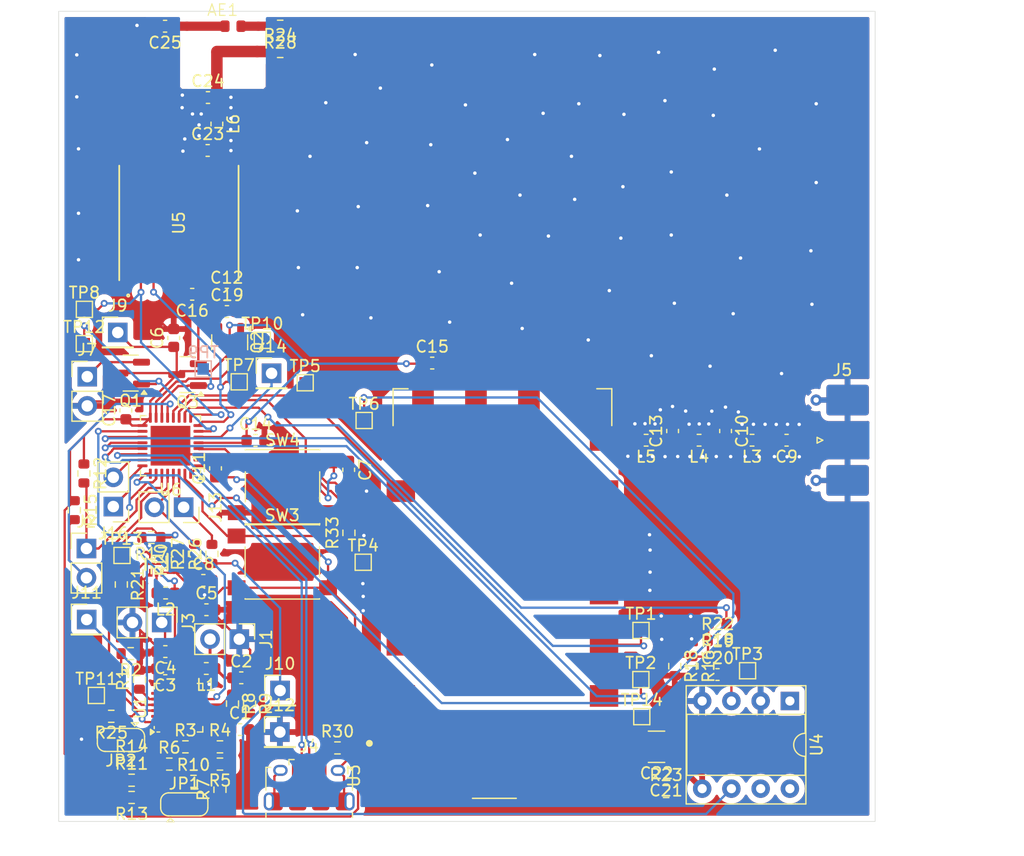
<source format=kicad_pcb>
(kicad_pcb (version 20240108) (generator "pcbnew") (generator_version "8.0")
  (layers (0 "F.Cu" signal) (31 "B.Cu" signal) (34 "B.Paste" user) (35 "F.Paste" user) (36 "B.SilkS" user "B.Silkscreen") (37 "F.SilkS" user "F.Silkscreen") (38 "B.Mask" user) (39 "F.Mask" user) (44 "Edge.Cuts" user))
  (net 0 "")
  (net 1 "Net-(AE1-A)")
  (net 2 "GND")
  (net 3 "Net-(U1-CBP)")
  (net 4 "Net-(J1-Pin_2)")
  (net 5 "VSS")
  (net 6 "+3.3V")
  (net 7 "Net-(U6-NRST)")
  (net 8 "+5V")
  (net 9 "Net-(J5-In)")
  (net 10 "Net-(C9-Pad2)")
  (net 11 "Net-(C10-Pad2)")
  (net 12 "Net-(Q2-S)")
  (net 13 "Net-(C13-Pad1)")
  (net 14 "Net-(Q3-S)")
  (net 15 "Net-(C18-Pad2)")
  (net 16 "Net-(U6-PA4)")
  (net 17 "MCU_AO")
  (net 18 "Net-(C21-Pad1)")
  (net 19 "Net-(C21-Pad2)")
  (net 20 "/MIC_IN")
  (net 21 "Net-(U5-RF_IN)")
  (net 22 "Net-(C24-Pad2)")
  (net 23 "/SCL_3V3")
  (net 24 "/SDA_3V3")
  (net 25 "Net-(J3-Pin_1)")
  (net 26 "Net-(J4-Shield)")
  (net 28 "Net-(J4-D-)")
  (net 30 "Net-(J4-D+)")
  (net 31 "Net-(J7-Pin_1)")
  (net 32 "/SDA_5V")
  (net 33 "/SCL_5V")
  (net 34 "Net-(J14-Pin_1)")
  (net 35 "/SWDIO")
  (net 36 "/SWCLK")
  (net 37 "Net-(JP1-A)")
  (net 38 "Net-(JP1-B)")
  (net 39 "Net-(JP1-C)")
  (net 40 "Net-(JP2-A)")
  (net 41 "Net-(JP2-C)")
  (net 42 "Net-(JP2-B)")
  (net 43 "Net-(U1-SW)")
  (net 44 "Net-(U2-SW)")
  (net 45 "Net-(U3-ANT)")
  (net 46 "~{SNSR_EN}")
  (net 47 "~{GPS_PWR_EN}")
  (net 48 "~{GPS_RTC_PWR_EN}")
  (net 49 "Net-(U1-VID)")
  (net 50 "Net-(U1-MINOP)")
  (net 51 "Net-(U1-SETPG)")
  (net 52 "Net-(U1-SETHYST)")
  (net 53 "Net-(U1-MPPT)")
  (net 54 "/SETSD")
  (net 55 "5V_EN")
  (net 56 "Net-(U2-FB)")
  (net 57 "~{CHRGR_EN}")
  (net 58 "Net-(U6-PH3)")
  (net 59 "RF_UART_TX")
  (net 60 "RF_UART_RX")
  (net 61 "PTT")
  (net 62 "PD")
  (net 63 "H{slash}L")
  (net 64 "GPS_UART_TX")
  (net 65 "GPS_UART_RX")
  (net 67 "LLD")
  (footprint "Resistor_SMD:R_0603_1608Metric" (layer "F.Cu") (at 139.6675 64.885 90)
    (property "Reference" "R20")
    (property "Value" "1.47M")
  )
  (footprint "Connector_PinHeader_2.54mm:PinHeader_1x01_P2.54mm_Vertical" (layer "F.Cu") (at 147.85 48.67)
    (property "Reference" "J14")
    (property "Value" "Conn_01x01_Socket")
  )
  (footprint "Capacitor_SMD:C_0603_1608Metric" (layer "F.Cu") (at 182.6875 53.685 90)
    (property "Reference" "C13")
    (property "Value" "20pF")
  )
  (footprint "Resistor_SMD:R_0603_1608Metric" (layer "F.Cu") (at 135.6075 73.035 180)
    (property "Reference" "R2")
    (property "Value" "150k")
  )
  (footprint "Resistor_SMD:R_0603_1608Metric" (layer "F.Cu") (at 131.55 57.375 -90)
    (property "Reference" "R12")
    (property "Value" "10k")
  )
  (footprint "PicoAPRS-CustomFootprints:DORJI_DRA818V" (layer "F.Cu") (at 167.905 67.81 90)
    (property "Reference" "U3")
    (property "Value" "DRA818V")
  )
  (footprint "Capacitor_SMD:C_1210_3225Metric" (layer "F.Cu") (at 181.29 81.13 180)
    (property "Reference" "C22")
    (property "Value" "250u")
  )
  (footprint "Capacitor_SMD:C_0603_1608Metric" (layer "F.Cu") (at 146.455 54.5)
    (property "Reference" "C14")
    (property "Value" "100n")
  )
  (footprint "Capacitor_SMD:C_0603_1608Metric" (layer "F.Cu") (at 142.1925 69.21875)
    (property "Reference" "C5")
    (property "Value" "10u")
  )
  (footprint "Capacitor_SMD:C_0603_1608Metric" (layer "F.Cu") (at 186.585 74.85)
    (property "Reference" "C20")
    (property "Value" "100n")
  )
  (footprint "Inductor_SMD:L_0603_1608Metric" (layer "F.Cu") (at 143.1 27 -90)
    (property "Reference" "L6")
    (property "Value" "2.0n")
  )
  (footprint "Resistor_SMD:R_0603_1608Metric" (layer "F.Cu") (at 186.585 73.38)
    (property "Reference" "R19")
    (property "Value" "3.3k")
  )
  (footprint "Resistor_SMD:R_0603_1608Metric" (layer "F.Cu") (at 144.4575 77.375 -90)
    (property "Reference" "R8")
    (property "Value" "4.7M")
  )
  (footprint "Capacitor_SMD:C_0603_1608Metric" (layer "F.Cu") (at 139.35 45.595 90)
    (property "Reference" "C6")
    (property "Value" "100n")
  )
  (footprint "Capacitor_SMD:C_0603_1608Metric" (layer "F.Cu") (at 161.805 47.78)
    (property "Reference" "C15")
    (property "Value" "100n")
  )
  (footprint "Capacitor_SMD:C_0603_1608Metric" (layer "F.Cu") (at 187.2875 53.685 -90)
    (property "Reference" "C10")
    (property "Value" "20pF")
  )
  (footprint "Button_Switch_SMD:SW_Push_1P1T_NO_6x6mm_H9.5mm" (layer "F.Cu") (at 148.8025 58.53)
    (property "Reference" "SW4")
    (property "Value" "RST")
  )
  (footprint "Resistor_SMD:R_0603_1608Metric" (layer "F.Cu") (at 184.375 74.12 -90)
    (property "Reference" "R16")
    (property "Value" "330")
  )
  (footprint "TestPoint:TestPoint_Pad_1.0x1.0mm" (layer "F.Cu") (at 179.93 75.29)
    (property "Reference" "TP2")
    (property "Value" "TestPoint")
  )
  (footprint "Connector_PinHeader_2.54mm:PinHeader_1x01_P2.54mm_Vertical" (layer "F.Cu") (at 131.79 70.07)
    (property "Reference" "J11")
    (property "Value" "Conn_01x01_Socket")
  )
  (footprint "Connector_PinHeader_2.54mm:PinHeader_1x02_P2.54mm_Vertical" (layer "F.Cu") (at 138.3075 70.325 -90)
    (property "Reference" "J3")
    (property "Value" "BATT")
  )
  (footprint "Resistor_SMD:R_0603_1608Metric" (layer "F.Cu") (at 148.6 20.7)
    (property "Reference" "R24")
    (property "Value" "0")
  )
  (footprint "Resistor_SMD:R_0603_1608Metric" (layer "F.Cu") (at 141.0675 84.135)
    (property "Reference" "R10")
    (property "Value" "4.32M")
  )
  (footprint "Resistor_SMD:R_0603_1608Metric" (layer "F.Cu") (at 140.3675 81.135)
    (property "Reference" "R3")
    (property "Value" "6.98M")
  )
  (footprint "Inductor_SMD:L_0603_1608Metric" (layer "F.Cu") (at 189.5875 54.485 180)
    (property "Reference" "L3")
    (property "Value" "47nH")
  )
  (footprint "Resistor_SMD:R_0603_1608Metric" (layer "F.Cu") (at 154.57 62.535 90)
    (property "Reference" "R33")
    (property "Value" "100k")
  )
  (footprint "Jumper:SolderJumper-3_P1.3mm_Bridged12_RoundedPad1.0x1.5mm" (layer "F.Cu") (at 134.7675 80.535 180)
    (property "Reference" "JP2")
    (property "Value" "PTS")
  )
  (footprint "Capacitor_SMD:C_0603_1608Metric" (layer "F.Cu") (at 142.9825 56.93 90)
    (property "Reference" "C11")
    (property "Value" "100n")
  )
  (footprint "Connector_Coaxial:SMA_Molex_73251-2120_EdgeMount_Horizontal" (layer "F.Cu") (at 198.1375 54.485)
    (property "Reference" "J5")
    (property "Value" "Conn_Coaxial")
  )
  (footprint "Capacitor_SMD:C_0603_1608Metric" (layer "F.Cu") (at 145.1125 79.635)
    (property "Reference" "C1")
    (property "Value" "10n")
  )
  (footprint "TestPoint:TestPoint_Pad_1.0x1.0mm" (layer "F.Cu") (at 131.59 43.11)
    (property "Reference" "TP8")
    (property "Value" "TestPoint")
  )
  (footprint "Resistor_SMD:R_0603_1608Metric" (layer "F.Cu") (at 134.8 67.025 -90)
    (property "Reference" "R21")
    (property "Value" "200k")
  )
  (footprint "Capacitor_SMD:C_0603_1608Metric" (layer "F.Cu") (at 143.975 43.3)
    (property "Reference" "C19")
    (property "Value" "100n" (hide yes))
  )
  (footprint "Resistor_SMD:R_0603_1608Metric" (layer "F.Cu") (at 186.605 71.9)
    (property "Reference" "R22")
    (property "Value" "3.3k")
  )
  (footprint "Connector_PinHeader_2.54mm:PinHeader_1x02_P2.54mm_Vertical" (layer "F.Cu") (at 134.1025 60.25 180)
    (property "Reference" "J16")
    (property "Value" "SWD")
  )
  (footprint "Package_DFN_QFN:QFN-32-1EP_5x5mm_P0.5mm_EP3.45x3.45mm" (layer "F.Cu") (at 139.07 54.96 180)
    (property "Reference" "U6")
    (property "Value" "STM32L432KBUx")
  )
  (footprint "Connector_USB:USB_Micro-B_Amphenol_10118194-0001LF_Horizontal" (layer "F.Cu") (at 151.12 84.58)
    (property "Reference" "J4")
    (property "Value" "USB_B_Micro")
  )
  (footprint "Connector_PinHeader_2.54mm:PinHeader_1x01_P2.54mm_Vertical" (layer "F.Cu") (at 134.49 45.12)
    (property "Reference" "J9")
    (property "Value" "Conn_01x01_Socket")
  )
  (footprint "Capacitor_SMD:C_0603_1608Metric" (layer "F.Cu") (at 138.6125 74.355 180)
    (property "Reference" "C3")
    (property "Value" "0.1u")
  )
  (footprint "Capacitor_SMD:C_0603_1608Metric" (layer "F.Cu") (at 135.1925 51.89 90)
    (property "Reference" "C17")
    (property "Value" "100n")
  )
  (footprint "Connector_PinHeader_2.54mm:PinHeader_1x02_P2.54mm_Vertical" (layer "F.Cu") (at 145.0475 71.775 -90)
    (property "Reference" "J1")
    (property "Value" "Solar Panel")
  )
  (footprint "Package_DIP:DIP-8_W7.62mm_Socket" (layer "F.Cu") (at 192.875 77.15 -90)
    (property "Reference" "U4")
    (property "Value" "LM386")
  )
  (footprint "TestPoint:TestPoint_Pad_1.0x1.0mm" (layer "F.Cu") (at 134.86 64.5)
    (property "Reference" "TP13")
    (property "Value" "TestPoint")
  )
  (footprint "Package_CSP:LFCSP-24-1EP_4x4mm_P0.5mm_EP2.3x2.3mm" (layer "F.Cu") (at 139.7675 77.735 90)
    (property "Reference" "U1")
    (property "Value" "ADP5091")
  )
  (footprint "Capacitor_SMD:C_0603_1608Metric" (layer "F.Cu") (at 138.6225 72.855 180)
    (property "Reference" "C4")
    (property "Value" "4.7u")
  )
  (footprint "Capacitor_SMD:C_0603_1608Metric" (layer "F.Cu") (at 140.955 41.8 180)
    (property "Reference" "C16")
    (property "Value" "100n")
  )
  (footprint "Resistor_SMD:R_0603_1608Metric" (layer "F.Cu") (at 138.9675 82.635)
    (property "Reference" "R6")
    (property "Value" "7.15M")
  )
  (footprint "Resistor_SMD:R_0603_1608Metric" (layer "F.Cu") (at 136.3775 75.3 90)
    (property "Reference" "R1")
    (property "Value" "55.6k")
  )
  (footprint "Connector_PinSocket_2.54mm:PinSocket_1x02_P2.54mm_Vertical" (layer "F.Cu") (at 140.2125 60.31 -90)
    (property "Reference" "J13")
    (property "Value" "I2C_5V")
  )
  (footprint "Connector_PinHeader_2.54mm:PinHeader_1x02_P2.54mm_Vertical" (layer "F.Cu") (at 131.77 63.895)
    (property "Reference" "J2")
    (property "Value" "I2C_3V3")
  )
  (footprint "Capacitor_SMD:C_0603_1608Metric" (layer "F.Cu") (at 143.96 41.79)
    (property "Reference" "C12")
    (property "Value" "10n")
  )
  (footprint "Capacitor_SMD:C_0603_1608Metric" (layer "F.Cu") (at 142.325 24.7)
    (property "Reference" "C24")
    (property "Value" "DNP")
  )
  (footprint "Resistor_SMD:R_0603_1608Metric" (layer "F.Cu") (at 143.3675 84.86 90)
    (property "Reference" "R7")
    (property "Value" "8.45M")
  )
  (footprint "Connector_PinHeader_2.54mm:PinHeader_1x02_P2.54mm_Vertical" (layer "F.Cu") (at 131.84 48.96)
    (property "Reference" "J7")
    (property "Value" "3V3 Sensor Bus")
  )
  (footprint "Resistor_SMD:R_0603_1608Metric" (layer "F.Cu") (at 143.3675 82.635 180)
    (property "Reference" "R5")
    (property "Value" "2.67M")
  )
  (footprint "TestPoint:TestPoint_Pad_1.0x1.0mm" (layer "F.Cu") (at 131.58 46.09)
    (property "Reference" "TP12")
    (property "Value" "TestPoint")
  )
  (footprint "Resistor_SMD:R_0603_1608Metric" (layer "F.Cu") (at 142.67 64.365 90)
    (property "Reference" "R26")
    (property "Value" "10k")
  )
  (footprint "Package_TO_SOT_SMD:SOT-23" (layer "F.Cu") (at 135.6125 48.65 180)
    (property "Reference" "Q1")
    (property "Value" "BSS84")
  )
  (footprint "Resistor_SMD:R_0603_1608Metric" (layer "F.Cu") (at 135.6925 85.535 180)
    (property "Reference" "R13")
    (property "Value" "4.99M")
  )
  (footprint "Inductor_SMD:L_0603_1608Metric" (layer "F.Cu") (at 180.3875 54.485 180)
    (property "Reference" "L5")
    (property "Value" "47nH")
  )
  (footprint "TestPoint:TestPoint_Pad_1.0x1.0mm" (layer "F.Cu") (at 147.05 45.8)
    (property "Reference" "TP10")
    (property "Value" "TestPoint")
  )
  (footprint "Capacitor_SMD:C_0603_1608Metric" (layer "F.Cu") (at 141.925 66.67)
    (property "Reference" "C8")
    (property "Value" "10u")
  )
  (footprint "footprints:DRL0006A" (layer "F.Cu") (at 137.8575 65.265 -90)
    (property "Reference" "U2")
    (property "Value" "TPS61023DRLR")
  )
  (footprint "Resistor_SMD:R_0603_1608Metric" (layer "F.Cu") (at 133.925 78.48 180)
    (property "Reference" "R25")
    (property "Value" "1M")
  )
  (footprint "Resistor_SMD:R_0603_1608Metric" (layer "F.Cu") (at 148.6 18.5 180)
    (property "Reference" "R28")
    (property "Value" "0")
  )
  (footprint "Capacitor_SMD:C_0603_1608Metric" (layer "F.Cu") (at 154.55 57.055 -90)
    (property "Reference" "C7")
    (property "Value" "100n")
  )
  (footprint "Capacitor_SMD:C_0603_1608Metric" (layer "F.Cu") (at 192.5875 54.485 180)
    (property "Reference" "C9")
    (property "Value" "10nF")
  )
  (footprint "Connector_PinHeader_2.54mm:PinHeader_1x01_P2.54mm_Vertical" (layer "F.Cu") (at 148.59 76.24)
    (property "Reference" "J10")
    (property "Value" "Conn_01x01_Socket")
  )
  (footprint "Resistor_SMD:R_0603_1608Metric" (layer "F.Cu") (at 182.875 74.12 -90)
    (property "Reference" "R18")
    (property "Value" "330")
  )
  (footprint "Package_TO_SOT_SMD:SOT-23" (layer "F.Cu") (at 140.55 48.7825 180)
    (property "Reference" "Q3")
    (property "Value" "BSS84")
  )
  (footprint "Inductor_SMD:L_0603_1608Metric" (layer "F.Cu") (at 142.18 74.325 180)
    (property "Reference" "L1")
    (property "Value" "22u")
  )
  (footprint "Capacitor_SMD:C_0603_1608Metric" (layer "F.Cu") (at 145.2175 75.135)
    (property "Reference" "C2")
    (property "Value" "10u")
  )
  (footprint "Resistor_SMD:R_0603_1608Metric" (layer "F.Cu") (at 137.4075 62.935 180)
    (property "Reference" "R17")
    (property "Value" "10M")
  )
  (footprint "Button_Switch_SMD:SW_Push_1P1T_NO_6x6mm_H9.5mm" (layer "F.Cu") (at 148.7825 65.06)
    (property "Reference" "SW3")
    (property "Value" "BOOT_DFU")
  )
  (footprint "Resistor_SMD:R_0603_1608Metric" (layer "F.Cu") (at 130.72 60.565 -90)
    (property "Reference" "R15")
    (property "Value" "10k")
  )
  (footprint "Capacitor_SMD:C_0603_1608Metric" (layer "F.Cu") (at 142.3 29.3)
    (property "Reference" "C23")
    (property "Value" "DNP")
  )
  (footprint "TestPoint:TestPoint_Pad_1.0x1.0mm" (layer "F.Cu") (at 132.63 76.67)
    (property "Reference" "TP11")
    (property "Value" "TestPoint")
  )
  (footprint "Resistor_SMD:R_0603_1608Metric" (layer "F.Cu") (at 182.125 85.02)
    (property "Reference" "R23")
    (property "Value" "10")
  )
  (footprint "Resistor_SMD:R_0603_1608Metric" (layer "F.Cu") (at 141.15 64.355 90)
    (property "Reference" "R27")
    (property "Value" "10k")
  )
  (footprint "Resistor_SMD:R_0603_1608Metric" (layer "F.Cu") (at 143.3675 81.135)
    (property "Reference" "R4")
    (property "Value" "499k")
  )
  (footprint "Capacitor_SMD:C_0603_1608Metric" (layer "F.Cu") (at 138.6 18.5 180)
    (property "Reference" "C25")
    (property "Value" "10p")
  )
  (footprint "Package_TO_SOT_SMD:SOT-23" (layer "F.Cu") (at 144.2125 45.97 -90)
    (property "Reference" "Q2")
    (property "Value" "BSS84")
  )
  (footprint "PicoAPRS-CustomFootprints:AC30157-01 GNSS Ceramic Chip" (layer "F.Cu") (at 143.6 20.8)
    (property "Reference" "AE1")
    (property "Value" "Antenna")
  )
  (footprint "TestPoint:TestPoint_Pad_1.0x1.0mm" (layer "F.Cu") (at 150.77 49.49)
    (property "Reference" "TP5")
    (property "Value" "TestPoint")
  )
  (footprint "Capacitor_SMD:C_0603_1608Metric" (layer "F.Cu") (at 186.595 70.41 180)
    (property "Reference" "C18")
    (property "Value" "100n")
  )
  (footprint "TestPoint:TestPoint_Pad_1.0x1.0mm" (layer "F.Cu") (at 189.2 74.52)
    (property "Reference" "TP3")
    (property "Value" "TestPoint")
  )
  (footprint "Inductor_SMD:L_0603_1608Metric" (layer "F.Cu") (at 184.9875 54.485 180)
    (property "Reference" "L4")
    (property "Value" "68nH")
  )
  (footprint "footprints:MOD18_MAX-M10M_UBL" (layer "F.Cu") (at 139.8 35.6 90)
    (property "Reference" "U5")
    (property "Value" "MAX-M10M-00B")
  )
  (footprint "Resistor_SMD:R_0603_1608Metric" (layer "F.Cu") (at 153.575 81.23)
    (property "Reference" "R30")
    (property "Value" "0")
  )
  (footprint "TestPoint:TestPoint_Pad_1.0x1.0mm" (layer "F.Cu") (at 180.01 78.51)
    (property "Reference" "TP14")
    (property "Value" "TestPoint")
  )
  (footprint "TestPoint:TestPoint_Pad_1.0x1.0mm" (layer "F.Cu") (at 155.89 52.77)
    (property "Reference" "TP6")
    (property "Value" "TestPoint")
  )
  (footprint "TestPoint:TestPoint_Pad_1.0x1.0mm" (layer "F.Cu") (at 155.81 65.09)
    (property "Reference" "TP4")
    (property "Value" "TestPoint")
  )
  (footprint "Resistor_SMD:R_0603_1608Metric" (layer "F.Cu") (at 145.9375 77.39 -90)
    (property "Reference" "R9")
    (property "Value" "18M")
  )
  (footprint "Resistor_SMD:R_0603_1608Metric" (layer "F.Cu") (at 135.6925 84.035)
    (property "Reference" "R11")
    (property "Value" "9.76M")
  )
  (footprint "TestPoint:TestPoint_Pad_1.0x1.0mm" (layer "F.Cu") (at 145.04 49.41)
    (property "Reference" "TP7")
    (property "Value" "TestPoint")
  )
  (footprint "Inductor_SMD:L_0603_1608Metric" (layer "F.Cu") (at 138.645 67.765003 180)
    (property "Reference" "L2")
    (property "Value" "1u" (hide yes))
  )
  (footprint "Capacitor_SMD:C_0603_1608Metric" (layer "F.Cu") (at 182.115 83.5 180)
    (property "Reference" "C21")
    (property "Value" "50n")
  )
  (footprint "TestPoint:TestPoint_Pad_1.0x1.0mm" (layer "F.Cu") (at 179.94 71.02)
    (property "Reference" "TP1")
    (property "Value" "TestPoint")
  )
  (footprint "Connector_PinHeader_2.54mm:PinHeader_1x01_P2.54mm_Vertical" (layer "F.Cu") (at 148.57 79.85)
    (property "Reference" "J12")
    (property "Value" "Conn_01x01_Socket")
  )
  (footprint "Resistor_SMD:R_0603_1608Metric" (layer "F.Cu") (at 135.6925 82.535)
    (property "Reference" "R14")
    (property "Value" "10.2M")
  )
  (footprint "Jumper:SolderJumper-3_P1.3mm_Bridged12_RoundedPad1.0x1.5mm" (layer "F.Cu") (at 140.2675 86.135)
    (property "Reference" "JP1")
    (property "Value" "Power Type Select")
  )
  (footprint "TestPoint:TestPoint_Pad_1.0x1.0mm" (layer "B.Cu") (at 141.91 48.29 180)
    (property "Reference" "TP9")
    (property "Value" "TestPoint")
  )
  (gr_line (start 147.8 20.7) (end 146.6 20.7) (stroke (width 1)) (layer "F.Cu") (net 22))
  (gr_line (start 147.8 18.5) (end 146.7 18.5) (stroke (width 0.8)) (layer "F.Cu") (net 1))
  (gr_line (start 143.1 24.7) (end 143.1 23.3) (stroke (width 1)) (layer "F.Cu") (net 22))
  (gr_line (start 139.4 18.5) (end 140.5 18.5) (stroke (width 0.8)) (layer "F.Cu") (net 1))
  (gr_rect (start 129.36 17.2) (end 200.28 87.62) (stroke (width 0.05)) (fill none) (layer "Edge.Cuts"))
  (segment (start 145.9925 72.72) (end 145.0475 71.775) (width 0.2) (layer "F.Cu") (net 2))
  (segment (start 154.57 60.461471) (end 154.57 61.71) (width 0.2) (layer "F.Cu") (net 2))
  (segment (start 137.8375 74.355) (end 137.8375 72.865) (width 0.2) (layer "F.Cu") (net 2))
  (segment (start 136.4325 74.42) (end 136.3775 74.475) (width 0.2) (layer "F.Cu") (net 2))
  (segment (start 144.199999 31.1423) (end 144.199999 29.430001) (width 0.2) (layer "F.Cu") (net 2))
  (segment (start 162.7 47.78) (end 165.605 50.685) (width 0.2) (layer "F.Cu") (net 2))
  (segment (start 131.34 80.24) (end 133.1 78.48) (width 0.2) (layer "F.Cu") (net 2))
  (segment (start 137.351471 43.31) (end 136.76 43.31) (width 0.2) (layer "F.Cu") (net 2))
  (segment (start 137.8475 72.405) (end 135.7675 70.325) (width 0.2) (layer "F.Cu") (net 2))
  (segment (start 134.8675 85.535) (end 131.34 82.0075) (width 0.2) (layer "F.Cu") (net 2))
  (segment (start 145.9925 75.135) (end 145.9925 72.72) (width 0.2) (layer "F.Cu") (net 2))
  (segment (start 135.7675 68.15) (end 135.7675 70.325) (width 0.2) (layer "F.Cu") (net 2))
  (segment (start 138.861471 44.82) (end 137.351471 43.31) (width 0.2) (layer "F.Cu") (net 2))
  (segment (start 145.9925 75.135) (end 145.9925 76.51) (width 0.2) (layer "F.Cu") (net 2))
  (segment (start 142.7 66.67) (end 142.7 67.26) (width 0.2) (layer "F.Cu") (net 2))
  (segment (start 184.795 74.945) (end 185.255 75.405) (width 0.2) (layer "F.Cu") (net 2))
  (segment (start 141.705 76.425) (end 142.43 75.7) (width 0.2) (layer "F.Cu") (net 2))
  (segment (start 141.63 76.56) (end 140.9425 76.56) (width 0.2) (layer "F.Cu") (net 2))
  (segment (start 162.58 47.78) (end 162.7 47.78) (width 0.2) (layer "F.Cu") (net 2))
  (segment (start 135.7675 67.595002) (end 135.7675 67.85) (width 0.2) (layer "F.Cu") (net 2))
  (segment (start 142.7 67.26) (end 142.03 67.93) (width 0.2) (layer "F.Cu") (net 2))
  (segment (start 190.335 77.15) (end 190.335 80.78) (width 0.2) (layer "F.Cu") (net 2))
  (segment (start 145.8875 83.1325) (end 144.985 84.035) (width 0.2) (layer "F.Cu") (net 2))
  (segment (start 136.4325 70.99) (end 135.7675 70.325) (width 0.2) (layer "F.Cu") (net 2))
  (segment (start 135.1925 51.115) (end 132.225 51.115) (width 0.2) (layer "F.Cu") (net 2))
  (segment (start 136.76 43.31) (end 135.400001 41.950001) (width 0.2) (layer "F.Cu") (net 2))
  (segment (start 139.82 55.71) (end 141.5075 55.71) (width 0.2) (layer "F.Cu") (net 2))
  (segment (start 134.8 67.85) (end 135.7675 67.85) (width 0.2) (layer "F.Cu") (net 2))
  (segment (start 147.23 54.5) (end 148.406814 54.5) (width 0.2) (layer "F.Cu") (net 2))
  (segment (start 136.3775 74.475) (end 137.7175 74.475) (width 0.2) (layer "F.Cu") (net 2))
  (segment (start 143.3675 84.035) (end 143.3675 83.46) (width 0.2) (layer "F.Cu") (net 2))
  (segment (start 132.225 51.115) (end 131.84 51.5) (width 0.2) (layer "F.Cu") (net 2))
  (segment (start 137.8475 72.855) (end 137.8475 72.405) (width 0.2) (layer "F.Cu") (net 2))
  (segment (start 136.4325 73.035) (end 136.4325 74.42) (width 0.2) (layer "F.Cu") (net 2))
  (segment (start 135.7675 67.85) (end 135.7675 68.15) (width 0.2) (layer "F.Cu") (net 2))
  (segment (start 131.34 80.47) (end 131.34 80.24) (width 0.2) (layer "F.Cu") (net 2))
  (segment (start 145.9925 76.51) (end 145.9375 76.565) (width 0.2) (layer "F.Cu") (net 2))
  (segment (start 143.3675 83.46) (end 142.5425 82.635) (width 0.2) (layer "F.Cu") (net 2))
  (segment (start 137.6675 73.035) (end 137.8475 72.855) (width 0.2) (layer "F.Cu") (net 2))
  (segment (start 190.335 80.78) (end 189.875 81.24) (width 0.2) (layer "F.Cu") (net 2))
  (segment (start 153.008529 58.9) (end 154.57 60.461471) (width 0.2) (layer "F.Cu") (net 2))
  (segment (start 148.406814 54.5) (end 152.806814 58.9) (width 0.2) (layer "F.Cu") (net 2))
  (segment (start 144.199999 29.430001) (end 144.32 29.31) (width 0.2) (layer "F.Cu") (net 2))
  (segment (start 144.75 41.805) (end 144.735 41.79) (width 0.2) (layer "F.Cu") (net 2))
  (segment (start 146.1025 79.85) (end 145.8875 79.635) (width 0.2) (layer "F.Cu") (net 2))
  (segment (start 139.07 54.96) (end 139.82 55.71) (width 0.2) (layer "F.Cu") (net 2))
  (segment (start 155.02 57.83) (end 156.1 58.91) (width 0.2) (layer "F.Cu") (net 2))
  (segment (start 139.35 44.82) (end 138.861471 44.82) (width 0.2) (layer "F.Cu") (net 2))
  (segment (start 131.34 82.0075) (end 131.34 80.47) (width 0.2) (layer "F.Cu") (net 2))
  (segment (start 189.875 81.24) (end 185.665 81.24) (width 0.2) (layer "F.Cu") (net 2))
  (segment (start 182.875 74.945) (end 184.375 74.945) (width 0.2) (layer "F.Cu") (net 2))
  (segment (start 137.357501 66.005001) (end 135.7675 67.595002) (width 0.2) (layer "F.Cu") (net 2))
  (segment (start 142.5375 55.71) (end 141.5075 55.71) (width 0.2) (layer "F.Cu") (net 2))
  (segment (start 137.8375 72.865) (end 137.8475 72.855) (width 0.2) (layer "F.Cu") (net 2))
  (segment (start 145.8875 79.635) (end 145.8875 83.1325) (width 0.2) (layer "F.Cu") (net 2))
  (segment (start 152.806814 58.9) (end 153.008529 58.9) (width 0.2) (layer "F.Cu") (net 2))
  (segment (start 136.5825 62.96583) (end 137.257504 63.640834) (width 0.2) (layer "F.Cu") (net 2))
  (segment (start 139.5175 79.6725) (end 139.5175 77.985) (width 0.2) (layer "F.Cu") (net 2))
  (segment (start 140.9425 76.56) (end 139.7675 77.735) (width 0.2) (layer "F.Cu") (net 2))
  (segment (start 141.705 78.985) (end 141.655 78.935) (width 0.2) (layer "F.Cu") (net 2))
  (segment (start 141.8925 84.135) (end 141.8925 83.285) (width 0.2) (layer "F.Cu") (net 2))
  (segment (start 154.55 57.83) (end 155.02 57.83) (width 0.2) (layer "F.Cu") (net 2))
  (segment (start 152.42 81.56) (end 152.75 81.23) (width 0.2) (layer "F.Cu") (net 2))
  (segment (start 141.705 76.485) (end 141.63 76.56) (width 0.2) (layer "F.Cu") (net 2))
  (segment (start 185.665 81.24) (end 185.255 80.83) (width 0.2) (layer "F.Cu") (net 2))
  (segment (start 154.81 61.71) (end 155.87 62.77) (width 0.2) (layer "F.Cu") (net 2))
  (segment (start 142.000001 29.775001) (end 141.525 29.3) (width 0.2) (layer "F.Cu") (net 2))
  (segment (start 135.400001 41.950001) (end 135.400001 40.0577) (width 0.2) (layer "F.Cu") (net 2))
  (segment (start 139.35 42.63) (end 140.18 41.8) (width 0.2) (layer "F.Cu") (net 2))
  (segment (start 136.4325 73.035) (end 136.4325 70.99) (width 0.2) (layer "F.Cu") (net 2))
  (segment (start 141.655 78.935) (end 140.9675 78.935) (width 0.2) (layer "F.Cu") (net 2))
  (segment (start 154.57 61.71) (end 154.81 61.71) (width 0.2) (layer "F.Cu") (net 2))
  (segment (start 184.375 74.945) (end 184.795 74.945) (width 0.2) (layer "F.Cu") (net 2))
  (segment (start 142.9675 69.21875) (end 142.9675 69.695) (width 0.2) (layer "F.Cu") (net 2))
  (segment (start 136.5825 62.935) (end 136.5825 62.96583) (width 0.2) (layer "F.Cu") (net 2))
  (segment (start 136.4325 73.035) (end 137.6675 73.035) (width 0.2) (layer "F.Cu") (net 2))
  (segment (start 143.2675 84.135) (end 143.3675 84.035) (width 0.2) (layer "F.Cu") (net 2))
  (segment (start 142.000001 31.1423) (end 142.000001 29.775001) (width 0.2) (layer "F.Cu") (net 2))
  (segment (start 185.255 77.15) (end 185.255 75.405) (width 0.2) (layer "F.Cu") (net 2))
  (segment (start 142.9825 56.155) (end 142.5375 55.71) (width 0.2) (layer "F.Cu") (net 2))
  (segment (start 142.9675 69.695) (end 145.0475 71.775) (width 0.2) (layer "F.Cu") (net 2))
  (segment (start 185.255 80.83) (end 185.255 77.15) (width 0.2) (layer "F.Cu") (net 2))
  (segment (start 185.255 75.405) (end 185.81 74.85) (width 0.2) (layer "F.Cu") (net 2))
  (segment (start 139.5175 77.985) (end 139.7675 77.735) (width 0.2) (layer "F.Cu") (net 2))
  (segment (start 139.35 44.82) (end 139.35 42.63) (width 0.2) (layer "F.Cu") (net 2))
  (segment (start 153.64 60.78) (end 154.57 61.71) (width 0.2) (layer "F.Cu") (net 2))
  (segment (start 144.985 84.035) (end 143.3675 84.035) (width 0.2) (layer "F.Cu") (net 2))
  (segment (start 141.705 76.485) (end 141.705 76.425) (width 0.2) (layer "F.Cu") (net 2))
  (segment (start 141.8925 84.135) (end 143.2675 84.135) (width 0.2) (layer "F.Cu") (net 2))
  (segment (start 152.7775 60.78) (end 153.64 60.78) (width 0.2) (layer "F.Cu") (net 2))
  (segment (start 140.9675 78.935) (end 139.7675 77.735) (width 0.2) (layer "F.Cu") (net 2))
  (segment (start 135.7375 68.12) (end 135.7675 68.15) (width 0.2) (layer "F.Cu") (net 2))
  (segment (start 152.42 83.18) (end 152.42 81.56) (width 0.2) (layer "F.Cu") (net 2))
  (segment (start 144.75 43.3) (end 144.75 41.805) (width 0.2) (layer "F.Cu") (net 2))
  (segment (start 144.8275 60.78) (end 152.7775 60.78) (width 0.2) (layer "F.Cu") (net 2))
  (segment (start 141.8925 83.285) (end 142.5425 82.635) (width 0.2) (layer "F.Cu") (net 2))
  (segment (start 137.7175 74.475) (end 137.8375 74.355) (width 0.2) (layer "F.Cu") (net 2))
  (segment (start 148.57 79.85) (end 146.1025 79.85) (width 0.2) (layer "F.Cu") (net 2))
  (via (at 161.68 28.8) (size 0.6) (drill 0.3) (layers "F.Cu" "B.Cu") (net 2))
  (via (at 155.38 34.18) (size 0.6) (drill 0.3) (layers "F.Cu" "B.Cu") (net 2))
  (via (at 140.15 29.36) (size 0.6) (drill 0.3) (layers "F.Cu" "B.Cu") (net 2))
  (via (at 131.08 38.8) (size 0.6) (drill 0.3) (layers "F.Cu" "B.Cu") (net 2))
  (via (at 192.67 53.1) (size 0.6) (drill 0.3) (layers "F.Cu" "B.Cu") (net 2))
  (via (at 150.09 34.55) (size 0.6) (drill 0.3) (layers "F.Cu" "B.Cu") (net 2))
  (via (at 165.51 31.27) (size 0.6) (drill 0.3) (layers "F.Cu" "B.Cu") (net 2))
  (via (at 192.63 55.92) (size 0.6) (drill 0.3) (layers "F.Cu" "B.Cu") (net 2))
  (via (at 140.1 24.49) (size 0.6) (drill 0.3) (layers "F.Cu" "B.Cu") (net 2))
  (via (at 189.71 53.1) (size 0.6) (drill 0.3) (layers "F.Cu" "B.Cu") (net 2))
  (via (at 156.11 28.62) (size 0.6) (drill 0.3) (layers "F.Cu" "B.Cu") (net 2))
  (via (at 140.08 25.58) (size 0.6) (drill 0.3) (layers "F.Cu" "B.Cu") (net 2))
  (via (at 182.84 42.58) (size 0.6) (drill 0.3) (layers "F.Cu" "B.Cu") (net 2))
  (via (at 179.91 55.87) (size 0.6) (drill 0.3) (layers "F.Cu" "B.Cu") (net 2))
  (via (at 131.34 80.47) (size 0.6) (drill 0.3) (layers "F.Cu" "B.Cu") (net 2))
  (via (at 185.94 48.05) (size 0.6) (drill 0.3) (layers "F.Cu" "B.Cu") (net 2))
  (via (at 155.87 62.77) (size 0.6) (drill 0.3) (layers "F.Cu" "B.Cu") (net 2))
  (via (at 175.36 45.77) (size 0.6) (drill 0.3) (layers "F.Cu" "B.Cu") (net 2))
  (via (at 180.68 62.7) (size 0.6) (drill 0.3) (layers "F.Cu" "B.Cu") (net 2))
  (via (at 161.41 34.09) (size 0.6) (drill 0.3) (layers "F.Cu" "B.Cu") (net 2))
  (via (at 181.7 69.76) (size 0.6) (drill 0.3) (layers "F.Cu" "B.Cu") (net 2))
  (via (at 144.3 27.47) (size 0.6) (drill 0.3) (layers "F.Cu" "B.Cu") (net 2))
  (via (at 187.28 51.61) (size 0.6) (drill 0.3) (layers "F.Cu" "B.Cu") (net 2))
  (via (at 140.31 28.3) (size 0.6) (drill 0.3) (layers "F.Cu" "B.Cu") (net 2))
  (via (at 136.16 18.43) (size 0.6) (drill 0.3) (layers "F.Cu" "B.Cu") (net 2))
  (via (at 162.41 39.84) (size 0.6) (drill 0.3) (layers "F.Cu" "B.Cu") (net 2))
  (via (at 161.77 21.87) (size 0.6) (drill 0.3) (layers "F.Cu" "B.Cu") (net 2))
  (via (at 144.32 29.31) (size 0.6) (drill 0.3) (layers "F.Cu" "B.Cu") (net 2))
  (via (at 184.26 69.8) (size 0.6) (drill 0.3) (layers "F.Cu" "B.Cu") (net 2))
  (via (at 178.37 32.45) (size 0.6) (drill 0.3) (layers "F.Cu" "B.Cu") (net 2))
  (via (at 178.8 55.88) (size 0.6) (drill 0.3) (layers "F.Cu" "B.Cu") (net 2))
  (via (at 144.32 25.58) (size 0.6) (drill 0.3) (layers "F.Cu" "B.Cu") (net 2))
  (via (at 130.93 20.99) (size 0.6) (drill 0.3) (layers "F.Cu" "B.Cu") (net 2))
  (via (at 144.32 24.68) (size 0.6) (drill 0.3) (layers "F.Cu" "B.Cu") (net 2))
  (via (at 183.13 55.9) (size 0.6) (drill 0.3) (layers "F.Cu" "B.Cu") (net 2))
  (via (at 141.74 26.13) (size 0.6) (drill 0.3) (layers "F.Cu" "B.Cu") (net 2))
  (via (at 168.34 28.35) (size 0.6) (drill 0.3) (layers "F.Cu" "B.Cu") (net 2))
  (via (at 155.11 20.96) (size 0.6) (drill 0.3) (layers "F.Cu" "B.Cu") (net 2))
  (via (at 182.57 36.65) (size 0.6) (drill 0.3) (layers "F.Cu" "B.Cu") (net 2))
  (via (at 186.48 55.9) (size 0.6) (drill 0.3) (layers "F.Cu" "B.Cu") (net 2))
  (via (at 182.02 24.97) (size 0.6) (drill 0.3) (layers "F.Cu" "B.Cu") (net 2))
  (via (at 174.18 33.55) (size 0.6) (drill 0.3) (layers "F.Cu" "B.Cu") (net 2))
  (via (at 150.55 43.58) (size 0.6) (drill 0.3) (layers "F.Cu" "B.Cu") (net 2))
  (via (at 179.41 53.06) (size 0.6) (drill 0.3) (layers "F.Cu" "B.Cu") (net 2))
  (via (at 140.98 26.13) (size 0.6) (drill 0.3) (layers "F.Cu" "B.Cu") (net 2))
  (via (at 186.31 22.23) (size 0.6) (drill 0.3) (layers "F.Cu" "B.Cu") (net 2))
  (via (at 165.97 36.65) (size 0.6) (drill 0.3) (layers "F.Cu" "B.Cu") (net 2))
  (via (at 184.19 55.9) (size 0.6) (drill 0.3) (layers "F.Cu" "B.Cu") (net 2))
  (via (at 185 53.07) (size 0.6) (drill 0.3) (layers "F.Cu" "B.Cu") (net 2))
  (via (at 180.71 67.53) (size 0.6) (drill 0.3) (layers "F.Cu" "B.Cu") (net 2))
  (via (at 184.12 53.09) (size 0.6) (drill 0.3) (layers "F.Cu" "B.Cu") (net 2))
  (via (at 156.48 43.85) (size 0.6) (drill 0.3) (layers "F.Cu" "B.Cu") (net 2))
  (via (at 186.09 51.96) (size 0.6) (drill 0.3) (layers "F.Cu" "B.Cu") (net 2))
  (via (at 150.18 39.48) (size 0.6) (drill 0.3) (layers "F.Cu" "B.Cu") (net 2))
  (via (at 181.62 51.84) (size 0.6) (drill 0.3) (layers "F.Cu" "B.Cu") (net 2))
  (via (at 194.79 42.67) (size 0.6) (drill 0.3) (layers "F.Cu" "B.Cu") (net 2))
  (via (at 171.44 26.07) (size 0.6) (drill 0.3) (layers "F.Cu" "B.Cu") (net 2))
  (via (at 156.1 58.91) (size 0.6) (drill 0.3) (layers "F.Cu" "B.Cu") (net 2))
  (via (at 190.23 29.17) (size 0.6) (drill 0.3) (layers "F.Cu" "B.Cu") (net 2))
  (via (at 195.16 32.09) (size 0.6) (drill 0.3) (layers "F.Cu" "B.Cu") (net 2))
  (via (at 183.82 51.95) (size 0.6) (drill 0.3) (layers "F.Cu" "B.Cu") (net 2))
  (via (at 169.62 44.77) (size 0.6) (drill 0.3) (layers "F.Cu" "B.Cu") (net 2))
  (via (at 182.03 55.91) (size 0.6) (drill 0.3) (layers "F.Cu" "B.Cu") (net 2))
  (via (at 141.55 27.08) (size 0.6) (drill 0.3) (layers "F.Cu" "B.Cu") (net 2))
  (via (at 155.81 68.06) (size 0.6) (drill 0.3) (layers "F.Cu" "B.Cu") (net 2))
  (via (at 190.72 53.1) (size 0.6) (drill 0.3) (layers "F.Cu" "B.Cu") (net 2))
  (via (at 180.73 64.03) (size 0.6) (drill 0.3) (layers "F.Cu" "B.Cu") (net 2))
  (via (at 131.08 29.16) (size 0.6) (drill 0.3) (layers "F.Cu" "B.Cu") (net 2))
  (via (at 193.68 53.11) (size 0.6) (drill 0.3) (layers "F.Cu" "B.Cu") (net 2))
  (via (at 182.68 51.55) (size 0.6) (drill 0.3) (layers "F.Cu" "B.Cu") (net 2))
  (via (at 155.81 69.3) (size 0.6) (drill 0.3) (layers "F.Cu" "B.Cu") (net 2))
  (via (at 173.9 29.81) (size 0.6) (drill 0.3) (layers "F.Cu" "B.Cu") (net 2))
  (via (at 151.19 29.81) (size 0.6) (drill 0.3) (layers "F.Cu" "B.Cu") (net 2))
  (via (at 185.3 55.9) (size 0.6) (drill 0.3) (layers "F.Cu" "B.Cu") (net 2))
  (via (at 191.6 20.59) (size 0.6) (drill 0.3) (layers "F.Cu" "B.Cu") (net 2))
  (via (at 155.78 66.95) (size 0.6) (drill 0.3) (layers "F.Cu" "B.Cu") (net 2))
  (via (at 182.57 31.17) (size 0.6) (drill 0.3) (layers "F.Cu" "B.Cu") (net 2))
  (via (at 180.84 47.14) (size 0.6) (drill 0.3) (layers "F.Cu" "B.Cu") (net 2))
  (via (at 180.73 65.95) (size 0.6) (drill 0.3) (layers "F.Cu" "B.Cu") (net 2))
  (via (at 188.99 55.9) (size 0.6) (drill 0.3) (layers "F.Cu" "B.Cu") (net 2))
  (via (at 177.19 41.48) (size 0.6) (drill 0.3) (layers "F.Cu" "B.Cu") (net 2))
  (via (at 180.94 55.9) (size 0.6) (drill 0.3) (layers "F.Cu" "B.Cu") (net 2))
  (via (at 176.37 21.05) (size 0.6) (drill 0.3) (layers "F.Cu" "B.Cu") (net 2))
  (via (at 195.16 25.24) (size 0.6) (drill 0.3) (layers "F.Cu" "B.Cu") (net 2))
  (via (at 168.7 40.84) (size 0.6) (drill 0.3) (layers "F.Cu" "B.Cu") (net 2))
  (via (at 152.56 25.15) (size 0.6) (drill 0.3) (layers "F.Cu" "B.Cu") (net 2))
  (via (at 191.53 55.91) (size 0.6) (drill 0.3) (layers "F.Cu" "B.Cu") (net 2))
  (via (at 194.7 38.02) (size 0.6) (drill 0.3) (layers "F.Cu" "B.Cu") (net 2))
  (via (at 137.257504 63.640834) (size 0.6) (drill 0.3) (layers "F.Cu" "B.Cu") (net 2))
  (via (at 181.74 71.79) (size 0.6) (drill 0.3) (layers "F.Cu" "B.Cu") (net 2))
  (via (at 155.29 39.48) (size 0.6) (drill 0.3) (layers "F.Cu" "B.Cu") (net 2))
  (via (at 188.72 53.1) (size 0.6) (drill 0.3) (layers "F.Cu" "B.Cu") (net 2))
  (via (at 181.47 20.77) (size 0.6) (drill 0.3) (layers "F.Cu" "B.Cu") (net 2))
  (via (at 186.22 26.25) (size 0.6) (drill 0.3) (layers "F.Cu" "B.Cu") (net 2))
  (via (at 169.43 33.18) (size 0.6) (drill 0.3) (layers "F.Cu" "B.Cu") (net 2))
  (via (at 170.71 20.96) (size 0.6) (drill 0.3) (layers "F.Cu" "B.Cu") (net 2))
  (via (at 192.15 48.69) (size 0.6) (drill 0.3) (layers "F.Cu" "B.Cu") (net 2))
  (via (at 142.43 75.7) (size 0.6) (drill 0.3) (layers "F.Cu" "B.Cu") (net 2))
  (via (at 187.95 43.49) (size 0.6) (drill 0.3) (layers "F.Cu" "B.Cu") (net 2))
  (via (at 163.32 44.22) (size 0.6) (drill 0.3) (layers "F.Cu" "B.Cu") (net 2))
  (via (at 188.59 38.65) (size 0.6) (drill 0.3) (layers "F.Cu" "B.Cu") (net 2))
  (via (at 144.32 28.44) (size 0.6) (drill 0.3) (layers "F.Cu" "B.Cu") (net 2))
  (via (at 144.32 26.52) (size 0.6) (drill 0.3) (layers "F.Cu" "B.Cu") (net 2))
  (via (at 181.16 53.07) (size 0.6) (drill 0.3) (layers "F.Cu" "B.Cu") (net 2))
  (via (at 174.54 25.24) (size 0.6) (drill 0.3) (layers "F.Cu" "B.Cu") (net 2))
  (via (at 180.29 53.05) (size 0.6) (drill 0.3) (layers "F.Cu" "B.Cu") (net 2))
  (via (at 191.69 53.11) (size 0.6) (drill 0.3) (layers "F.Cu" "B.Cu") (net 2))
  (via (at 187.4 33.18) (size 0.6) (drill 0.3) (layers "F.Cu" "B.Cu") (net 2))
  (via (at 141.55 28.02) (size 0.6) (drill 0.3) (layers "F.Cu" "B.Cu") (net 2))
  (via (at 185.83 53.07) (size 0.6) (drill 0.3) (layers "F.Cu" "B.Cu") (net 2))
  (via (at 142.03 67.93) (size 0.6) (drill 0.3) (layers "F.Cu" "B.Cu") (net 2))
  (via (at 157.3 23.88) (size 0.6) (drill 0.3) (layers "F.Cu" "B.Cu") (net 2))
  (via (at 193.69 55.92) (size 0.6) (drill 0.3) (layers "F.Cu" "B.Cu") (net 2))
  (via (at 188.4 52.03) (size 0.6) (drill 0.3) (layers "F.Cu" "B.Cu") (net 2))
  (via (at 131.08 34.76) (size 0.6) (drill 0.3) (layers "F.Cu" "B.Cu") (net 2))
  (via (at 184.34 71.75) (size 0.6) (drill 0.3) (layers "F.Cu" "B.Cu") (net 2))
  (via (at 190.2 55.92) (size 0.6) (drill 0.3) (layers "F.Cu" "B.Cu") (net 2))
  (via (at 130.93 24.64) (size 0.6) (drill 0.3) (layers "F.Cu" "B.Cu") (net 2))
  (via (at 178.19 36.92) (size 0.6) (drill 0.3) (layers "F.Cu" "B.Cu") (net 2))
  (via (at 178.46 26.16) (size 0.6) (drill 0.3) (layers "F.Cu" "B.Cu") (net 2))
  (via (at 164.69 25.34) (size 0.6) (drill 0.3) (layers "F.Cu" "B.Cu") (net 2))
  (via (at 187.73 55.91) (size 0.6) (drill 0.3) (layers "F.Cu" "B.Cu") (net 2))
  (via (at 171.9 36.74) (size 0.6) (drill 0.3) (layers "F.Cu" "B.Cu") (net 2))
  (segment (start 141.705 78.485) (end 143.1875 78.485) (width 0.2) (layer "F.Cu") (net 3))
  (segment (start 143.1875 78.485) (end 144.3375 79.635) (width 0.2) (layer "F.Cu") (net 3))
  (segment (start 144.4575 75.15) (end 144.4425 75.135) (width 0.25) (layer "F.Cu") (net 4))
  (segment (start 143.7775 75.135) (end 142.9675 74.325) (width 0.25) (layer "F.Cu") (net 4))
  (segment (start 142.5075 73.865) (end 142.9675 74.325) (width 0.25) (layer "F.Cu") (net 4))
  (segment (start 142.5075 71.775) (end 142.5075 73.865) (width 0.25) (layer "F.Cu") (net 4))
  (segment (start 141.705 77.485) (end 143.5225 77.485) (width 0.25) (layer "F.Cu") (net 4))
  (segment (start 144.4575 76.55) (end 144.4575 75.15) (width 0.25) (layer "F.Cu") (net 4))
  (segment (start 144.4425 75.135) (end 143.7775 75.135) (width 0.25) (layer "F.Cu") (net 4))
  (segment (start 143.5225 77.485) (end 144.4575 76.55) (width 0.25) (layer "F.Cu") (net 4))
  (segment (start 139.4575 72.795) (end 139.3975 72.855) (width 0.2) (layer "F.Cu") (net 5))
  (segment (start 136.8775 78.985) (end 136.6075 78.715) (width 0.2) (layer "F.Cu") (net 5))
  (segment (start 139.4325 67.765003) (end 139.4325 66.73) (width 0.2) (layer "F.Cu") (net 5))
  (segment (start 139.3875 74.355) (end 139.3875 72.865) (width 0.2) (layer "F.Cu") (net 5))
  (segment (start 136.3375 64.195) (end 137.027502 64.195) (width 0.2) (layer "F.Cu") (net 5))
  (segment (start 139.4325 66.73) (end 139.4175 66.715) (width 0.2) (layer "F.Cu") (net 5))
  (segment (start 139.5175 75.7975) (end 139.5175 74.485) (width 0.2) (layer "F.Cu") (net 5))
  (segment (start 137.83 78.985) (end 137.83 78.485) (width 0.2) (layer "F.Cu") (net 5))
  (segment (start 137.83 78.985) (end 136.8775 78.985) (width 0.2) (layer "F.Cu") (net 5))
  (segment (start 139.4575 67.790003) (end 139.4575 72.795) (width 0.2) (layer "F.Cu") (net 5))
  (segment (start 139.5175 74.485) (end 139.3875 74.355) (width 0.2) (layer "F.Cu") (net 5))
  (segment (start 139.3875 72.865) (end 139.3975 72.855) (width 0.2) (layer "F.Cu") (net 5))
  (segment (start 137.027502 64.195) (end 137.357501 64.524999) (width 0.2) (layer "F.Cu") (net 5))
  (via (at 136.3375 64.195) (size 0.6) (drill 0.3) (layers "F.Cu" "B.Cu") (net 5))
  (via (at 136.6075 78.715) (size 0.6) (drill 0.3) (layers "F.Cu" "B.Cu") (net 5))
  (via (at 139.4175 66.715) (size 0.6) (drill 0.3) (layers "F.Cu" "B.Cu") (net 5))
  (segment (start 139.4175 66.715) (end 138.8575 66.715) (width 0.2) (layer "B.Cu") (net 5))
  (segment (start 135.8 77.9075) (end 136.6075 78.715) (width 0.2) (layer "B.Cu") (net 5))
  (segment (start 137.0175 64.875) (end 136.9525 64.81) (width 0.2) (layer "B.Cu") (net 5))
  (segment (start 135.8 74.08) (end 135.8 77.9075) (width 0.2) (layer "B.Cu") (net 5))
  (segment (start 136.6075 78.715) (end 137.0175 78.305) (width 0.2) (layer "B.Cu") (net 5))
  (segment (start 137.0175 78.305) (end 137.0175 64.875) (width 0.2) (layer "B.Cu") (net 5))
  (segment (start 136.9525 64.81) (end 136.3375 64.195) (width 0.2) (layer "B.Cu") (net 5))
  (segment (start 131.79 70.07) (end 135.8 74.08) (width 0.2) (layer "B.Cu") (net 5))
  (segment (start 138.8575 66.715) (end 136.9525 64.81) (width 0.2) (layer "B.Cu") (net 5))
  (segment (start 139.35 46.37) (end 135.74 46.37) (width 0.2) (layer "F.Cu") (net 6))
  (segment (start 145.68 54.5) (end 145.68 53.05) (width 0.2) (layer "F.Cu") (net 6))
  (segment (start 140.5175 70.11875) (end 141.4175 69.21875) (width 0.2) (layer "F.Cu") (net 6))
  (segment (start 144.8075 67.31) (end 143.652554 67.31) (width 0.2) (layer "F.Cu") (net 6))
  (segment (start 139.6125 48.7825) (end 137.32 51.075) (width 0.2) (layer "F.Cu") (net 6))
  (segment (start 143.652554 67.31) (end 141.743804 69.21875) (width 0.2) (layer "F.Cu") (net 6))
  (segment (start 144.2125 44.4925) (end 144.2 44.48) (width 0.2) (layer "F.Cu") (net 6))
  (segment (start 161.03 50.66) (end 161.005 50.685) (width 0.2) (layer "F.Cu") (net 6))
  (segment (start 144.615 57.705) (end 144.82 57.91) (width 0.2) (layer "F.Cu") (net 6))
  (segment (start 152.7575 65.0825) (end 152.7575 67.31) (width 0.2) (layer "F.Cu") (net 6))
  (segment (start 155.365 86.518589) (end 154.693589 87.19) (width 0.2) (layer "F.Cu") (net 6))
  (segment (start 136.6325 53.21) (end 135.7375 53.21) (width 0.2) (layer "F.Cu") (net 6))
  (segment (start 140.82 57.3975) (end 141.5075 56.71) (width 0.2) (layer "F.Cu") (net 6))
  (segment (start 135.334852 87.19) (end 129.88 81.735148) (width 0.2) (layer "F.Cu") (net 6))
  (segment (start 139.6125 48.7825) (end 139.6125 46.6325) (width 0.2) (layer "F.Cu") (net 6))
  (segment (start 142.6375 48.4825) (end 144.2125 46.9075) (width 0.2) (layer "F.Cu") (net 6))
  (segment (start 145.68 53.05) (end 145.87 52.86) (width 0.2) (layer "F.Cu") (net 6))
  (segment (start 160.98 47.83) (end 161.03 47.78) (width 0.2) (layer "F.Cu") (net 6))
  (segment (start 139.9125 48.4825) (end 142.6375 48.4825) (width 0.2) (layer "F.Cu") (net 6))
  (segment (start 134.675 48.65) (end 139.48 48.65) (width 0.2) (layer "F.Cu") (net 6))
  (segment (start 139.6125 48.7825) (end 139.9125 48.4825) (width 0.2) (layer "F.Cu") (net 6))
  (segment (start 155.1 69.6525) (end 155.1 84.25) (width 0.2) (layer "F.Cu") (net 6))
  (segment (start 130.34 55.321471) (end 131.55 54.111471) (width 0.2) (layer "F.Cu") (net 6))
  (segment (start 140.5175 75.7975) (end 140.5175 70.11875) (width 0.2) (layer "F.Cu") (net 6))
  (segment (start 131.55 56.55) (end 131.55 54.111471) (width 0.2) (layer "F.Cu") (net 6))
  (segment (start 142.9825 57.705) (end 144.615 57.705) (width 0.2) (layer "F.Cu") (net 6))
  (segment (start 144.2125 46.9075) (end 144.2125 44.4925) (width 0.2) (layer "F.Cu") (net 6))
  (segment (start 132.996471 52.665) (end 135.1925 52.665) (width 0.2) (layer "F.Cu") (net 6))
  (segment (start 135.7375 53.21) (end 135.1925 52.665) (width 0.2) (layer "F.Cu") (net 6))
  (segment (start 141.9875 56.71) (end 142.9825 57.705) (width 0.2) (layer "F.Cu") (net 6))
  (segment (start 155.365 84.515) (end 155.365 86.518589) (width 0.2) (layer "F.Cu") (net 6))
  (segment (start 139.48 48.65) (end 139.6125 48.7825) (width 0.2) (layer "F.Cu") (net 6))
  (segment (start 137.32 51.075) (end 137.32 52.5225) (width 0.2) (layer "F.Cu") (net 6))
  (segment (start 140.5175 75.7975) (end 140.0175 75.7975) (width 0.2) (layer "F.Cu") (net 6))
  (segment (start 129.88 60.58) (end 130.72 59.74) (width 0.2) (layer "F.Cu") (net 6))
  (segment (start 135.74 46.37) (end 134.49 45.12) (width 0.2) (layer "F.Cu") (net 6))
  (segment (start 145.47 54.71) (end 145.68 54.5) (width 0.2) (layer "F.Cu") (net 6))
  (segment (start 159.56 47.83) (end 160.98 47.83) (width 0.2) (layer "F.Cu") (net 6))
  (segment (start 161.03 47.78) (end 161.03 50.66) (width 0.2) (layer "F.Cu") (net 6))
  (segment (start 141.743804 69.21875) (end 141.4175 69.21875) (width 0.2) (layer "F.Cu") (net 6))
  (segment (start 137.1775 52.665) (end 137.32 52.5225) (width 0.2) (layer "F.Cu") (net 6))
  (segment (start 135.1925 52.665) (end 137.1775 52.665) (width 0.2) (layer "F.Cu") (net 6))
  (segment (start 152.7575 67.31) (end 155.1 69.6525) (width 0.2) (layer "F.Cu") (net 6))
  (segment (start 141.5075 56.71) (end 141.9875 56.71) (width 0.2) (layer "F.Cu") (net 6))
  (segment (start 152.78 65.06) (end 152.7575 65.0825) (width 0.2) (layer "F.Cu") (net 6))
  (segment (start 139.6125 46.6325) (end 139.35 46.37) (width 0.2) (layer "F.Cu") (net 6))
  (segment (start 130.72 59.74) (end 130.34 59.36) (width 0.2) (layer "F.Cu") (net 6))
  (segment (start 144.8075 67.31) (end 152.7575 67.31) (width 0.2) (layer "F.Cu") (net 6))
  (segment (start 136.6325 53.21) (end 137.32 52.5225) (width 0.2) (layer "F.Cu") (net 6))
  (segment (start 154.693589 87.19) (end 135.334852 87.19) (width 0.2) (layer "F.Cu") (net 6))
  (segment (start 155.1 84.25) (end 155.365 84.515) (width 0.2) (layer "F.Cu") (net 6))
  (segment (start 131.55 54.111471) (end 132.996471 52.665) (width 0.2) (layer "F.Cu") (net 6))
  (segment (start 129.88 81.735148) (end 129.88 60.58) (width 0.2) (layer "F.Cu") (net 6))
  (segment (start 130.34 59.36) (end 130.34 55.321471) (width 0.2) (layer "F.Cu") (net 6))
  (segment (start 141.5075 54.71) (end 145.47 54.71) (width 0.2) (layer "F.Cu") (net 6))
  (via (at 144.82 57.91) (size 0.6) (drill 0.3) (layers "F.Cu" "B.Cu") (net 6))
  (via (at 159.56 47.83) (size 0.6) (drill 0.3) (layers "F.Cu" "B.Cu") (net 6))
  (via (at 145.87 52.86) (size 0.6) (drill 0.3) (layers "F.Cu" "B.Cu") (net 6))
  (via (at 144.2 44.48) (size 0.6) (drill 0.3) (layers "F.Cu" "B.Cu") (net 6))
  (via (at 152.78 65.06) (size 0.6) (drill 0.3) (layers "F.Cu" "B.Cu") (net 6))
  (segment (start 150.9 47.83) (end 159.56 47.83) (width 0.2) (layer "B.Cu") (net 6))
  (segment (start 145.63 57.91) (end 152.78 65.06) (width 0.2) (layer "B.Cu") (net 6))
  (segment (start 145.87 52.86) (end 150.9 47.83) (width 0.2) (layer "B.Cu") (net 6))
  (segment (start 144.82 57.91) (end 145.63 57.91) (width 0.2) (layer "B.Cu") (net 6))
  (segment (start 147.55 44.48) (end 150.9 47.83) (width 0.2) (layer "B.Cu") (net 6))
  (segment (start 144.2 44.48) (end 147.55 44.48) (width 0.2) (layer "B.Cu") (net 6))
  (segment (start 144.8275 56.28) (end 149.54 56.28) (width 0.2) (layer "F.Cu") (net 7))
  (segment (start 154.55 56.28) (end 152.7775 56.28) (width 0.2) (layer "F.Cu") (net 7))
  (segment (start 153.26 56.7625) (end 152.7775 56.28) (width 0.2) (layer "F.Cu") (net 7))
  (segment (start 141.5625 55.265) (end 143.8125 55.265) (width 0.2) (layer "F.Cu") (net 7))
  (segment (start 141.5075 55.21) (end 141.5625 55.265) (width 0.2) (layer "F.Cu") (net 7))
  (segment (start 153.26 57.58) (end 153.26 56.7625) (width 0.2) (layer "F.Cu") (net 7))
  (segment (start 149.54 56.28) (end 152.76 59.5) (width 0.2) (layer "F.Cu") (net 7))
  (segment (start 143.8125 55.265) (end 144.8275 56.28) (width 0.2) (layer "F.Cu") (net 7))
  (via (at 153.26 57.58) (size 0.6) (drill 0.3) (layers "F.Cu" "B.Cu") (net 7))
  (via (at 152.76 59.5) (size 0.6) (drill 0.3) (layers "F.Cu" "B.Cu") (net 7))
  (segment (start 152.76 58.08) (end 153.26 57.58) (width 0.2) (layer "B.Cu") (net 7))
  (segment (start 152.76 59.5) (end 152.76 58.08) (width 0.2) (layer "B.Cu") (net 7))
  (segment (start 138.357502 66.005001) (end 139.372499 66.005001) (width 0.2) (layer "F.Cu") (net 8))
  (segment (start 139.666029 65.711471) (end 139.666029 66.115) (width 0.2) (layer "F.Cu") (net 8))
  (segment (start 139.666029 66.115) (end 140.221029 66.67) (width 0.2) (layer "F.Cu") (net 8))
  (segment (start 141.15 65.18) (end 140.1975 65.18) (width 0.2) (layer "F.Cu") (net 8))
  (segment (start 142.67 65.19) (end 144.66 65.19) (width 0.2) (layer "F.Cu") (net 8))
  (segment (start 140.1975 65.18) (end 139.6675 65.71) (width 0.2) (layer "F.Cu") (net 8))
  (segment (start 139.372499 66.005001) (end 139.6675 65.71) (width 0.2) (layer "F.Cu") (net 8))
  (segment (start 139.6675 65.71) (end 139.666029 65.711471) (width 0.2) (layer "F.Cu") (net 8))
  (segment (start 144.66 65.19) (end 144.68 65.17) (width 0.2) (layer "F.Cu") (net 8))
  (segment (start 140.221029 66.67) (end 141.15 66.67) (width 0.2) (layer "F.Cu") (net 8))
  (segment (start 142.67 65.19) (end 141.16 65.19) (width 0.2) (layer "F.Cu") (net 8))
  (segment (start 141.16 65.19) (end 141.15 65.18) (width 0.2) (layer "F.Cu") (net 8))
  (via (at 144.68 65.17) (size 0.6) (drill 0.3) (layers "F.Cu" "B.Cu") (net 8))
  (segment (start 148.59 69.08) (end 148.59 76.24) (width 0.2) (layer "B.Cu") (net 8))
  (segment (start 145.37 86.83) (end 145.37 79.46) (width 0.2) (layer "B.Cu") (net 8))
  (segment (start 144.68 65.17) (end 148.59 69.08) (width 0.2) (layer "B.Cu") (net 8))
  (segment (start 145.37 79.46) (end 148.59 76.24) (width 0.2) (layer "B.Cu") (net 8))
  (segment (start 145.51 86.97) (end 145.37 86.83) (width 0.2) (layer "B.Cu") (net 8))
  (segment (start 185.595 86.97) (end 145.51 86.97) (width 0.2) (layer "B.Cu") (net 8))
  (segment (start 187.795 84.77) (end 185.595 86.97) (width 0.2) (layer "B.Cu") (net 8))
  (segment (start 193.3625 54.485) (end 197.8875 54.485) (width 1) (layer "F.Cu") (net 9))
  (segment (start 190.375 54.485) (end 191.8125 54.485) (width 1) (layer "F.Cu") (net 10))
  (segment (start 185.775 54.485) (end 188.8 54.485) (width 1) (layer "F.Cu") (net 11))
  (segment (start 143.100001 40.0577) (end 142.000001 40.0577) (width 0.2) (layer "F.Cu") (net 12))
  (segment (start 143.185 43.285) (end 143.2 43.3) (width 0.2) (layer "F.Cu") (net 12))
  (segment (start 143.185 41.79) (end 143.185 40.142699) (width 0.2) (layer "F.Cu") (net 12))
  (segment (start 143.2625 43.3625) (end 143.2 43.3) (width 0.2) (layer "F.Cu") (net 12))
  (segment (start 143.185 40.142699) (end 143.100001 40.0577) (width 0.2) (layer "F.Cu") (net 12))
  (segment (start 143.185 41.79) (end 143.185 43.285) (width 0.2) (layer "F.Cu") (net 12))
  (segment (start 143.2625 45.0325) (end 143.2625 43.3625) (width 0.2) (layer "F.Cu") (net 12))
  (segment (start 181.175 54.485) (end 184.2 54.485) (width 1) (layer "F.Cu") (net 13))
  (segment (start 141.4875 47.8325) (end 141.4875 42.0425) (width 0.2) (layer "F.Cu") (net 14))
  (segment (start 140.9 40.0577) (end 140.9 40.97) (width 0.2) (layer "F.Cu") (net 14))
  (segment (start 141.5725 41.8) (end 141.73 41.8) (width 0.2) (layer "F.Cu") (net 14))
  (segment (start 141.4875 42.0425) (end 141.73 41.8) (width 0.2) (layer "F.Cu") (net 14))
  (segment (start 140.9 40.97) (end 141.73 41.8) (width 0.2) (layer "F.Cu") (net 14))
  (segment (start 185.78 71.9) (end 185.78 70.45) (width 0.2) (layer "F.Cu") (net 15))
  (segment (start 185.78 70.45) (end 185.82 70.41) (width 0.2) (layer "F.Cu") (net 15))
  (segment (start 184.375 73.295) (end 185.675 73.295) (width 0.2) (layer "F.Cu") (net 15))
  (segment (start 185.76 73.38) (end 185.76 71.92) (width 0.2) (layer "F.Cu") (net 15))
  (segment (start 185.76 71.92) (end 185.78 71.9) (width 0.2) (layer "F.Cu") (net 15))
  (segment (start 185.675 73.295) (end 185.76 73.38) (width 0.2) (layer "F.Cu") (net 15))
  (segment (start 182.875 73.295) (end 184.375 73.295) (width 0.2) (layer "F.Cu") (net 15))
  (segment (start 187.36 69.04) (end 187.36 70.4) (width 0.2) (layer "F.Cu") (net 16))
  (segment (start 187.36 70.4) (end 187.37 70.41) (width 0.2) (layer "F.Cu") (net 16))
  (segment (start 146.73 51.66) (end 140.730614 51.66) (width 0.2) (layer "F.Cu") (net 16))
  (segment (start 140.32 52.070614) (end 140.32 52.5225) (width 0.2) (layer "F.Cu") (net 16))
  (segment (start 147.54 52.47) (end 146.73 51.66) (width 0.2) (layer "F.Cu") (net 16))
  (segment (start 140.730614 51.66) (end 140.32 52.070614) (width 0.2) (layer "F.Cu") (net 16))
  (via (at 187.36 69.04) (size 0.6) (drill 0.3) (layers "F.Cu" "B.Cu") (net 16))
  (via (at 147.54 52.47) (size 0.6) (drill 0.3) (layers "F.Cu" "B.Cu") (net 16))
  (segment (start 169.53 69.04) (end 187.36 69.04) (width 0.2) (layer "B.Cu") (net 16))
  (segment (start 148.26 53.19) (end 153.68 53.19) (width 0.2) (layer "B.Cu") (net 16))
  (segment (start 147.54 52.47) (end 148.26 53.19) (width 0.2) (layer "B.Cu") (net 16))
  (segment (start 153.68 53.19) (end 169.53 69.04) (width 0.2) (layer "B.Cu") (net 16))
  (segment (start 187.41 73.38) (end 187.41 74.8) (width 0.2) (layer "F.Cu") (net 17))
  (segment (start 189.06 74.5) (end 187.71 74.5) (width 0.2) (layer "F.Cu") (net 17))
  (segment (start 187.795 75.285) (end 187.36 74.85) (width 0.2) (layer "F.Cu") (net 17))
  (segment (start 187.43 71.9) (end 187.43 73.36) (width 0.2) (layer "F.Cu") (net 17))
  (segment (start 187.41 74.8) (end 187.36 74.85) (width 0.2) (layer "F.Cu") (net 17))
  (segment (start 187.43 73.36) (end 187.41 73.38) (width 0.2) (layer "F.Cu") (net 17))
  (segment (start 187.71 74.5) (end 187.36 74.85) (width 0.2) (layer "F.Cu") (net 17))
  (segment (start 187.795 77.15) (end 187.795 75.285) (width 0.2) (layer "F.Cu") (net 17))
  (segment (start 182.765 81.13) (end 185.255 83.62) (width 0.5) (layer "F.Cu") (net 18))
  (segment (start 183.985 83.5) (end 185.255 84.77) (width 0.5) (layer "F.Cu") (net 18))
  (segment (start 182.89 83.5) (end 183.985 83.5) (width 0.5) (layer "F.Cu") (net 18))
  (segment (start 185.255 83.62) (end 185.255 84.77) (width 0.5) (layer "F.Cu") (net 18))
  (segment (start 182.765 81.13) (end 182.765 83.375) (width 0.5) (layer "F.Cu") (net 18))
  (segment (start 182.765 83.375) (end 182.89 83.5) (width 0.5) (layer "F.Cu") (net 18))
  (segment (start 181.34 84.98) (end 181.3 85.02) (width 0.2) (layer "F.Cu") (net 19))
  (segment (start 181.34 83.5) (end 181.34 84.98) (width 0.2) (layer "F.Cu") (net 19))
  (segment (start 179.815 81.13) (end 176.76 81.13) (width 1) (layer "F.Cu") (net 20))
  (segment (start 180.01 78.51) (end 180.01 80.935) (width 0.2) (layer "F.Cu") (net 20))
  (segment (start 176.76 81.13) (end 176.73 81.16) (width 0.2) (layer "F.Cu") (net 20))
  (segment (start 180.01 80.935) (end 179.815 81.13) (width 0.2) (layer "F.Cu") (net 20))
  (segment (start 143.100001 31.1423) (end 143.100001 29.325001) (width 0.85) (layer "F.Cu") (net 21))
  (segment (start 143.100001 29.325001) (end 143.075 29.3) (width 0.2) (layer "F.Cu") (net 21))
  (segment (start 143.075 29.3) (end 143.075 27.8125) (width 0.8) (layer "F.Cu") (net 21))
  (segment (start 143.075 27.8125) (end 143.1 27.7875) (width 0.2) (layer "F.Cu") (net 21))
  (segment (start 143.1 26.2125) (end 143.1 24.7) (width 0.8) (layer "F.Cu") (net 22))
  (segment (start 138.82 52.5225) (end 138.82 51.554902) (width 0.2) (layer "F.Cu") (net 23))
  (segment (start 130.28 61.83) (end 130.72 61.39) (width 0.2) (layer "F.Cu") (net 23))
  (segment (start 138.82 51.554902) (end 139.042451 51.332451) (width 0.2) (layer "F.Cu") (net 23))
  (segment (start 131.77 66.435) (end 130.28 64.945) (width 0.2) (layer "F.Cu") (net 23))
  (segment (start 130.28 64.945) (end 130.28 61.83) (width 0.2) (layer "F.Cu") (net 23))
  (via (at 139.042451 51.332451) (size 0.6) (drill 0.3) (layers "F.Cu" "B.Cu") (net 23))
  (segment (start 134.32902 51.332451) (end 130.24 55.421471) (width 0.2) (layer "B.Cu") (net 23))
  (segment (start 139.042451 51.332451) (end 134.32902 51.332451) (width 0.2) (layer "B.Cu") (net 23))
  (segment (start 130.24 55.421471) (end 130.24 64.905) (width 0.2) (layer "B.Cu") (net 23))
  (segment (start 130.24 64.905) (end 131.77 66.435) (width 0.2) (layer "B.Cu") (net 23))
  (segment (start 138.32 58.531128) (end 138.32 57.3975) (width 0.2) (layer "F.Cu") (net 24))
  (segment (start 132.82 63.895) (end 136.1225 60.5925) (width 0.2) (layer "F.Cu") (net 24))
  (segment (start 131.77 63.895) (end 132.82 63.895) (width 0.2) (layer "F.Cu") (net 24))
  (segment (start 136.1225 60.5925) (end 136.1225 59.667968) (width 0.2) (layer "F.Cu") (net 24))
  (segment (start 137.160468 58.63) (end 138.221128 58.63) (width 0.2) (layer "F.Cu") (net 24))
  (segment (start 136.1225 59.667968) (end 137.160468 58.63) (width 0.2) (layer "F.Cu") (net 24))
  (segment (start 131.77 58.42) (end 131.55 58.2) (width 0.2) (layer "F.Cu") (net 24))
  (segment (start 138.221128 58.63) (end 138.32 58.531128) (width 0.2) (layer "F.Cu") (net 24))
  (segment (start 131.77 63.895) (end 131.77 58.42) (width 0.2) (layer "F.Cu") (net 24))
  (segment (start 138.5975 74.788696) (end 138.5975 70.615) (width 0.2) (layer "F.Cu") (net 25))
  (segment (start 139.0175 75.7975) (end 139.0175 75.208696) (width 0.2) (layer "F.Cu") (net 25))
  (segment (start 138.5975 70.615) (end 138.3075 70.325) (width 0.2) (layer "F.Cu") (net 25))
  (segment (start 139.0175 75.208696) (end 138.5975 74.788696) (width 0.2) (layer "F.Cu") (net 25))
  (segment (start 153.62 83.18) (end 153.62 83.08) (width 0.2) (layer "F.Cu") (net 26))
  (segment (start 148.095 85.88) (end 148.095 83.705) (width 0.2) (layer "F.Cu") (net 26))
  (segment (start 154.145 85.88) (end 154.145 83.705) (width 0.2) (layer "F.Cu") (net 26))
  (segment (start 152.12 85.88) (end 154.145 85.88) (width 0.2) (layer "F.Cu") (net 26))
  (segment (start 148.095 83.705) (end 148.62 83.18) (width 0.2) (layer "F.Cu") (net 26))
  (segment (start 148.095 85.88) (end 150.12 85.88) (width 0.2) (layer "F.Cu") (net 26))
  (segment (start 150.12 85.88) (end 152.12 85.88) (width 0.2) (layer "F.Cu") (net 26))
  (segment (start 154.145 83.705) (end 153.62 83.18) (width 0.2) (layer "F.Cu") (net 26))
  (segment (start 153.62 83.08) (end 154.4 82.3) (width 0.2) (layer "F.Cu") (net 26))
  (segment (start 154.4 82.3) (end 154.4 81.23) (width 0.2) (layer "F.Cu") (net 26))
  (segment (start 147.62 85.88) (end 148.095 85.88) (width 0.2) (layer "F.Cu") (net 26))
  (segment (start 150.47 80.96) (end 150.47 83.18) (width 0.2) (layer "F.Cu") (net 28))
  (segment (start 134 55.398532) (end 134 55.350006) (width 0.2) (layer "F.Cu") (net 28))
  (segment (start 133.4 55.950006) (end 133.600003 55.750003) (width 0.2) (layer "F.Cu") (net 28))
  (segment (start 133.648529 55.750003) (end 134 55.398532) (width 0.2) (layer "F.Cu") (net 28))
  (segment (start 133.600003 55.750003) (end 133.648529 55.750003) (width 0.2) (layer "F.Cu") (net 28))
  (segment (start 134.140006 55.21) (end 136.6325 55.21) (width 0.2) (layer "F.Cu") (net 28))
  (segment (start 134 55.350006) (end 134.140006 55.21) (width 0.2) (layer "F.Cu") (net 28))
  (via (at 133.4 55.950006) (size 0.6) (drill 0.3) (layers "F.Cu" "B.Cu") (net 28))
  (via (at 150.47 80.96) (size 0.6) (drill 0.3) (layers "F.Cu" "B.Cu") (net 28))
  (segment (start 134.699618 56.42) (end 134.909618 56.21) (width 0.2) (layer "B.Cu") (net 28))
  (segment (start 134.909618 56.21) (end 139.87 56.21) (width 0.2) (layer "B.Cu") (net 28))
  (segment (start 150.47 66.81) (end 150.47 80.96) (width 0.2) (layer "B.Cu") (net 28))
  (segment (start 133.869994 56.42) (end 134.699618 56.42) (width 0.2) (layer "B.Cu") (net 28))
  (segment (start 139.87 56.21) (end 150.47 66.81) (width 0.2) (layer "B.Cu") (net 28))
  (segment (start 133.4 55.950006) (end 133.869994 56.42) (width 0.2) (layer "B.Cu") (net 28))
  (segment (start 151.12 81.09) (end 151.12 83.18) (width 0.2) (layer "F.Cu") (net 30))
  (segment (start 136.6325 55.71) (end 134.561089 55.71) (width 0.2) (layer "F.Cu") (net 30))
  (segment (start 134.561089 55.71) (end 134.461089 55.81) (width 0.2) (layer "F.Cu") (net 30))
  (segment (start 151.28 80.93) (end 151.12 81.09) (width 0.2) (layer "F.Cu") (net 30))
  (via (at 134.461089 55.81) (size 0.6) (drill 0.3) (layers "F.Cu" "B.Cu") (net 30))
  (via (at 151.28 80.93) (size 0.6) (drill 0.3) (layers "F.Cu" "B.Cu") (net 30))
  (segment (start 151.07 80.711471) (end 151.07 80.72) (width 0.2) (layer "B.Cu") (net 30))
  (segment (start 150.87 66.55) (end 150.87 80.511471) (width 0.2) (layer "B.Cu") (net 30))
  (segment (start 140.13 55.81) (end 150.87 66.55) (width 0.2) (layer "B.Cu") (net 30))
  (segment (start 150.87 80.511471) (end 151.07 80.711471) (width 0.2) (layer "B.Cu") (net 30))
  (segment (start 134.461089 55.81) (end 140.13 55.81) (width 0.2) (layer "B.Cu") (net 30))
  (segment (start 151.07 80.72) (end 151.28 80.93) (width 0.2) (layer "B.Cu") (net 30))
  (segment (start 136.55 47.7) (end 133.1 47.7) (width 0.2) (layer "F.Cu") (net 31))
  (segment (start 133.1 47.7) (end 131.84 48.96) (width 0.2) (layer "F.Cu") (net 31))
  (segment (start 139.32 58.6625) (end 137.6725 60.31) (width 0.2) (layer "F.Cu") (net 32))
  (segment (start 137.908529 60.31) (end 137.6725 60.31) (width 0.2) (layer "F.Cu") (net 32))
  (segment (start 141.15 63.53) (end 141.128529 63.53) (width 0.2) (layer "F.Cu") (net 32))
  (segment (start 139.32 57.3975) (end 139.32 58.6625) (width 0.2) (layer "F.Cu") (net 32))
  (segment (start 141.128529 63.53) (end 137.908529 60.31) (width 0.2) (layer "F.Cu") (net 32))
  (segment (start 139.82 59.9175) (end 140.2125 60.31) (width 0.2) (layer "F.Cu") (net 33))
  (segment (start 139.82 57.3975) (end 139.82 59.9175) (width 0.2) (layer "F.Cu") (net 33))
  (segment (start 142.67 62.7675) (end 140.2125 60.31) (width 0.2) (layer "F.Cu") (net 33))
  (segment (start 142.67 63.54) (end 142.67 62.7675) (width 0.2) (layer "F.Cu") (net 33))
  (segment (start 143.45 54.21) (end 144.24 53.42) (width 0.2) (layer "F.Cu") (net 34))
  (segment (start 141.5075 54.21) (end 143.45 54.21) (width 0.2) (layer "F.Cu") (net 34))
  (via (at 144.24 53.42) (size 0.6) (drill 0.3) (layers "F.Cu" "B.Cu") (net 34))
  (segment (start 144.24 53.42) (end 147.85 49.81) (width 0.2) (layer "B.Cu") (net 34))
  (segment (start 147.85 49.81) (end 147.85 48.67) (width 0.2) (layer "B.Cu") (net 34))
  (segment (start 135.6025 56.21) (end 136.6325 56.21) (width 0.2) (layer "F.Cu") (net 35))
  (segment (start 134.1025 57.71) (end 135.6025 56.21) (width 0.2) (layer "F.Cu") (net 35))
  (segment (start 135.52 58.8325) (end 134.1025 60.25) (width 0.2) (layer "F.Cu") (net 36))
  (segment (start 136.6325 56.71) (end 135.52 57.8225) (width 0.2) (layer "F.Cu") (net 36))
  (segment (start 135.52 57.8225) (end 135.52 58.8325) (width 0.2) (layer "F.Cu") (net 36))
  (segment (start 140.2425 82.185) (end 139.7925 82.635) (width 0.2) (layer "F.Cu") (net 37))
  (segment (start 140.0175 79.6725) (end 140.0175 80.422352) (width 0.2) (layer "F.Cu") (net 37))
  (segment (start 138.9675 83.46) (end 138.9675 86.135) (width 0.2) (layer "F.Cu") (net 37))
  (segment (start 140.2425 80.647352) (end 140.2425 82.185) (width 0.2) (layer "F.Cu") (net 37))
  (segment (start 140.0175 80.422352) (end 140.2425 80.647352) (width 0.2) (layer "F.Cu") (net 37))
  (segment (start 139.7925 82.635) (end 138.9675 83.46) (width 0.2) (layer "F.Cu") (net 37))
  (segment (start 142.0175 85.685) (end 141.5675 86.135) (width 0.2) (layer "F.Cu") (net 38))
  (segment (start 143.3675 85.685) (end 142.0175 85.685) (width 0.2) (layer "F.Cu") (net 38))
  (segment (start 140.2425 86.11) (end 140.2675 86.135) (width 0.2) (layer "F.Cu") (net 39))
  (segment (start 140.2425 84.135) (end 140.2425 86.11) (width 0.2) (layer "F.Cu") (net 39))
  (segment (start 138.5175 79.6725) (end 137.655 80.535) (width 0.2) (layer "F.Cu") (net 40))
  (segment (start 136.0675 86.735) (end 137.0675 86.735) (width 0.2) (layer "F.Cu") (net 40))
  (segment (start 135.6925 80.91) (end 135.6925 86.36) (width 0.2) (layer "F.Cu") (net 40))
  (segment (start 136.0675 80.535) (end 135.6925 80.91) (width 0.2) (layer "F.Cu") (net 40))
  (segment (start 138.1425 82.535) (end 139.5425 81.135) (width 0.2) (layer "F.Cu") (net 40))
  (segment (start 137.655 80.535) (end 136.0675 80.535) (width 0.2) (layer "F.Cu") (net 40))
  (segment (start 138.1425 82.635) (end 138.1425 82.535) (width 0.2) (layer "F.Cu") (net 40))
  (segment (start 137.6675 83.11) (end 138.1425 82.635) (width 0.2) (layer "F.Cu") (net 40))
  (segment (start 135.6925 86.36) (end 136.0675 86.735) (width 0.2) (layer "F.Cu") (net 40))
  (segment (start 137.6675 86.135) (end 137.6675 83.11) (width 0.2) (layer "F.Cu") (net 40))
  (segment (start 137.0675 86.735) (end 137.6675 86.135) (width 0.2) (layer "F.Cu") (net 40))
  (segment (start 134.7675 82.51) (end 134.7425 82.535) (width 0.2) (layer "F.Cu") (net 41))
  (segment (start 134.7675 80.535) (end 134.7675 82.51) (width 0.2) (layer "F.Cu") (net 41))
  (segment (start 133.4675 82.635) (end 134.8675 84.035) (width 0.2) (layer "F.Cu") (net 42))
  (segment (start 133.4675 80.535) (end 133.4675 82.635) (width 0.2) (layer "F.Cu") (net 42))
  (segment (start 141.0175 75.7975) (end 141.0175 74.7) (width 0.25) (layer "F.Cu") (net 43))
  (segment (start 141.0175 74.7) (end 141.3925 74.325) (width 0.25) (layer "F.Cu") (net 43))
  (segment (start 137.857503 66.005001) (end 137.857503 67.765) (width 0.2) (layer "F.Cu") (net 44))
  (segment (start 137.857503 67.765) (end 137.8575 67.765003) (width 0.2) (layer "F.Cu") (net 44))
  (segment (start 179.6 54.485) (end 176.755 54.485) (width 1) (layer "F.Cu") (net 45))
  (segment (start 176.755 54.485) (end 176.73 54.46) (width 0.2) (layer "F.Cu") (net 45))
  (segment (start 131.58 46.09) (end 131.58 44.54) (width 0.2) (layer "F.Cu") (net 46))
  (segment (start 136.55 49.6) (end 137.81 49.6) (width 0.2) (layer "F.Cu") (net 46))
  (segment (start 137.81 49.6) (end 138.06 49.35) (width 0.2) (layer "F.Cu") (net 46))
  (segment (start 142.58 53.71) (end 142.81 53.48) (width 0.2) (layer "F.Cu") (net 46))
  (segment (start 141.5075 53.71) (end 142.58 53.71) (width 0.2) (layer "F.Cu") (net 46))
  (via (at 131.58 44.54) (size 0.6) (drill 0.3) (layers "F.Cu" "B.Cu") (net 46))
  (via (at 138.06 49.35) (size 0.6) (drill 0.3) (layers "F.Cu" "B.Cu") (net 46))
  (via (at 142.81 53.48) (size 0.6) (drill 0.3) (layers "F.Cu" "B.Cu") (net 46))
  (segment (start 131.58 44.54) (end 136.39 49.35) (width 0.2) (layer "B.Cu") (net 46))
  (segment (start 136.39 49.35) (end 138.06 49.35) (width 0.2) (layer "B.Cu") (net 46))
  (segment (start 142.19 53.48) (end 138.06 49.35) (width 0.2) (layer "B.Cu") (net 46))
  (segment (start 142.81 53.48) (end 142.19 53.48) (width 0.2) (layer "B.Cu") (net 46))
  (segment (start 143.365552 49.1325) (end 140.640552 49.1325) (width 0.2) (layer "F.Cu") (net 47))
  (segment (start 139.578186 49.3825) (end 137.82 51.140686) (width 0.2) (layer "F.Cu") (net 47))
  (segment (start 140.390552 49.3825) (end 139.578186 49.3825) (width 0.2) (layer "F.Cu") (net 47))
  (segment (start 137.82 51.140686) (end 137.82 52.5225) (width 0.2) (layer "F.Cu") (net 47))
  (segment (start 147.05 45.8) (end 145.93 45.8) (width 0.2) (layer "F.Cu") (net 47))
  (segment (start 140.640552 49.1325) (end 140.390552 49.3825) (width 0.2) (layer "F.Cu") (net 47))
  (segment (start 145.1625 47.335552) (end 143.365552 49.1325) (width 0.2) (layer "F.Cu") (net 47))
  (segment (start 145.93 45.8) (end 145.1625 45.0325) (width 0.2) (layer "F.Cu") (net 47))
  (segment (start 145.1625 45.0325) (end 145.1625 47.335552) (width 0.2) (layer "F.Cu") (net 47))
  (segment (start 141.4875 49.7325) (end 140.606238 49.7325) (width 0.2) (layer "F.Cu") (net 48))
  (segment (start 140.606238 49.7325) (end 140.556238 49.7825) (width 0.2) (layer "F.Cu") (net 48))
  (segment (start 140.556238 49.7825) (end 139.743872 49.7825) (width 0.2) (layer "F.Cu") (net 48))
  (segment (start 138.32 51.206372) (end 138.32 52.5225) (width 0.2) (layer "F.Cu") (net 48))
  (segment (start 142.4925 49.7325) (end 142.57 49.81) (width 0.2) (layer "F.Cu") (net 48))
  (segment (start 141.4875 49.7325) (end 142.4925 49.7325) (width 0.2) (layer "F.Cu") (net 48))
  (segment (start 139.743872 49.7825) (end 138.32 51.206372) (width 0.2) (layer "F.Cu") (net 48))
  (via (at 142.57 49.81) (size 0.6) (drill 0.3) (layers "F.Cu" "B.Cu") (net 48))
  (segment (start 142.57 48.95) (end 141.91 48.29) (width 0.2) (layer "B.Cu") (net 48))
  (segment (start 142.57 49.81) (end 142.57 48.95) (width 0.2) (layer "B.Cu") (net 48))
  (segment (start 137.2375 76.985) (end 137.83 76.985) (width 0.2) (layer "F.Cu") (net 49))
  (segment (start 136.3775 76.125) (end 137.2375 76.985) (width 0.2) (layer "F.Cu") (net 49))
  (segment (start 136.549852 77.485) (end 137.83 77.485) (width 0.2) (layer "F.Cu") (net 50))
  (segment (start 134.7825 73.035) (end 134.7825 75.717648) (width 0.2) (layer "F.Cu") (net 50))
  (segment (start 134.7825 75.717648) (end 136.549852 77.485) (width 0.2) (layer "F.Cu") (net 50))
  (segment (start 140.5175 79.6725) (end 140.5175 80.356666) (width 0.2) (layer "F.Cu") (net 51))
  (segment (start 141.1925 81.135) (end 142.5425 81.135) (width 0.2) (layer "F.Cu") (net 51))
  (segment (start 141.1925 81.031666) (end 141.1925 81.135) (width 0.2) (layer "F.Cu") (net 51))
  (segment (start 140.5175 80.356666) (end 141.1925 81.031666) (width 0.2) (layer "F.Cu") (net 51))
  (segment (start 141.0175 79.6725) (end 142.73 79.6725) (width 0.2) (layer "F.Cu") (net 52))
  (segment (start 144.1925 81.135) (end 144.1925 82.635) (width 0.2) (layer "F.Cu") (net 52))
  (segment (start 142.73 79.6725) (end 144.1925 81.135) (width 0.2) (layer "F.Cu") (net 52))
  (segment (start 144.4575 78.2) (end 145.9225 78.2) (width 0.2) (layer "F.Cu") (net 53))
  (segment (start 145.9225 78.2) (end 145.9375 78.215) (width 0.2) (layer "F.Cu") (net 53))
  (segment (start 141.705 77.985) (end 144.2425 77.985) (width 0.2) (layer "F.Cu") (net 53))
  (segment (start 144.2425 77.985) (end 144.4575 78.2) (width 0.2) (layer "F.Cu") (net 53))
  (segment (start 136.3925 82.535) (end 136.3925 84.035) (width 0.2) (layer "F.Cu") (net 54))
  (segment (start 136.9175 82.535) (end 136.5175 82.535) (width 0.2) (layer "F.Cu") (net 54))
  (segment (start 136.606886 82.535) (end 136.3925 82.535) (width 0.2) (layer "F.Cu") (net 54))
  (segment (start 136.3925 84.035) (end 136.3925 85.535) (width 0.2) (layer "F.Cu") (net 54))
  (segment (start 139.0175 80.435) (end 136.9175 82.535) (width 0.2) (layer "F.Cu") (net 54))
  (segment (start 139.0175 79.6725) (end 139.0175 80.435) (width 0.2) (layer "F.Cu") (net 54))
  (segment (start 134.94 63.389852) (end 136.169852 62.16) (width 0.2) (layer "F.Cu") (net 55))
  (segment (start 139.255 62.935) (end 139.47 62.72) (width 0.2) (layer "F.Cu") (net 55))
  (segment (start 138.2325 62.935) (end 139.255 62.935) (width 0.2) (layer "F.Cu") (net 55))
  (segment (start 137.4575 62.16) (end 138.2325 62.935) (width 0.2) (layer "F.Cu") (net 55))
  (segment (start 134.94 64.48) (end 134.94 63.389852) (width 0.2) (layer "F.Cu") (net 55))
  (segment (start 137.857503 63.309997) (end 137.857503 64.524999) (width 0.2) (layer "F.Cu") (net 55))
  (segment (start 136.169852 62.16) (end 137.4575 62.16) (width 0.2) (layer "F.Cu") (net 55))
  (segment (start 132.8 53.71) (end 136.6325 53.71) (width 0.2) (layer "F.Cu") (net 55))
  (segment (start 138.2325 62.935) (end 137.857503 63.309997) (width 0.2) (layer "F.Cu") (net 55))
  (via (at 132.8 53.71) (size 0.6) (drill 0.3) (layers "F.Cu" "B.Cu") (net 55))
  (via (at 139.47 62.72) (size 0.6) (drill 0.3) (layers "F.Cu" "B.Cu") (net 55))
  (segment (start 132.8 53.71) (end 132.8 61.84) (width 0.2) (layer "B.Cu") (net 55))
  (segment (start 132.8 61.84) (end 133.68 62.72) (width 0.2) (layer "B.Cu") (net 55))
  (segment (start 133.68 62.72) (end 139.47 62.72) (width 0.2) (layer "B.Cu") (net 55))
  (segment (start 134.8 66.2) (end 135.74 66.2) (width 0.2) (layer "F.Cu") (net 56))
  (segment (start 138.357502 64.524999) (end 138.357502 65.082498) (width 0.2) (layer "F.Cu") (net 56))
  (segment (start 138.21 65.23) (end 136.71 65.23) (width 0.2) (layer "F.Cu") (net 56))
  (segment (start 139.202501 64.524999) (end 139.6675 64.06) (width 0.2) (layer "F.Cu") (net 56))
  (segment (start 135.74 66.2) (end 136.71 65.23) (width 0.2) (layer "F.Cu") (net 56))
  (segment (start 134.82 66.18) (end 134.8 66.2) (width 0.2) (layer "F.Cu") (net 56))
  (segment (start 138.357502 65.082498) (end 138.21 65.23) (width 0.2) (layer "F.Cu") (net 56))
  (segment (start 138.357502 64.524999) (end 139.202501 64.524999) (width 0.2) (layer "F.Cu") (net 56))
  (segment (start 137.326154 59.03) (end 136.5225 59.833654) (width 0.2) (layer "F.Cu") (net 57))
  (segment (start 135.733971 78.48) (end 134.75 78.48) (width 0.2) (layer "F.Cu") (net 57))
  (segment (start 136.5225 59.833654) (end 136.5225 61.2075) (width 0.2) (layer "F.Cu") (net 57))
  (segment (start 136.5225 61.2075) (end 133.73 64) (width 0.2) (layer "F.Cu") (net 57))
  (segment (start 132.63 76.586029) (end 133.73 75.486029) (width 0.2) (layer "F.Cu") (net 57))
  (segment (start 133.73 75.486029) (end 136.228971 77.985) (width 0.2) (layer "F.Cu") (net 57))
  (segment (start 132.63 76.67) (end 132.63 76.586029) (width 0.2) (layer "F.Cu") (net 57))
  (segment (start 136.228971 77.985) (end 137.83 77.985) (width 0.2) (layer "F.Cu") (net 57))
  (segment (start 138.82 57.3975) (end 138.82 58.596814) (width 0.2) (layer "F.Cu") (net 57))
  (segment (start 138.82 58.596814) (end 138.386814 59.03) (width 0.2) (layer "F.Cu") (net 57))
  (segment (start 138.386814 59.03) (end 137.326154 59.03) (width 0.2) (layer "F.Cu") (net 57))
  (segment (start 136.228971 77.985) (end 135.733971 78.48) (width 0.2) (layer "F.Cu") (net 57))
  (segment (start 133.73 64) (end 133.73 75.486029) (width 0.2) (layer "F.Cu") (net 57))
  (segment (start 144.8075 62.81) (end 152.7575 62.81) (width 0.2) (layer "F.Cu") (net 58))
  (segment (start 140.32 57.3975) (end 140.32 57.849386) (width 0.2) (layer "F.Cu") (net 58))
  (segment (start 141.85 59.36) (end 141.85 60.66) (width 0.2) (layer "F.Cu") (net 58))
  (segment (start 144 62.81) (end 144.8075 62.81) (width 0.2) (layer "F.Cu") (net 58))
  (segment (start 141.85 60.66) (end 144 62.81) (width 0.2) (layer "F.Cu") (net 58))
  (segment (start 140.32 57.849386) (end 140.605614 58.135) (width 0.2) (layer "F.Cu") (net 58))
  (segment (start 153.3075 63.36) (end 152.7575 62.81) (width 0.2) (layer "F.Cu") (net 58))
  (segment (start 140.605614 58.135) (end 140.625 58.135) (width 0.2) (layer "F.Cu") (net 58))
  (segment (start 140.625 58.135) (end 141.85 59.36) (width 0.2) (layer "F.Cu") (net 58))
  (segment (start 154.57 63.36) (end 153.3075 63.36) (width 0.2) (layer "F.Cu") (net 58))
  (segment (start 179.94 72.12) (end 180.18 72.36) (width 0.2) (layer "F.Cu") (net 59))
  (segment (start 133.4 54.35) (end 133.54 54.21) (width 0.2) (layer "F.Cu") (net 59))
  (segment (start 133.54 54.21) (end 136.6325 54.21) (width 0.2) (layer "F.Cu") (net 59))
  (segment (start 180.18 72.36) (end 180.08 72.26) (width 0.2) (layer "F.Cu") (net 59))
  (segment (start 179.94 71.02) (end 179.94 72.12) (width 0.2) (layer "F.Cu") (net 59))
  (segment (start 180.08 72.26) (end 176.73 72.26) (width 0.2) (layer "F.Cu") (net 59))
  (via (at 180.18 72.36) (size 0.6) (drill 0.3) (layers "F.Cu" "B.Cu") (net 59))
  (via (at 133.4 54.35) (size 0.6) (drill 0.3) (layers "F.Cu" "B.Cu") (net 59))
  (segment (start 133.44 54.31) (end 154.234314 54.31) (width 0.2) (layer "B.Cu") (net 59))
  (segment (start 154.234314 54.31) (end 172.284314 72.36) (width 0.2) (layer "B.Cu") (net 59))
  (segment (start 133.4 54.35) (end 133.44 54.31) (width 0.2) (layer "B.Cu") (net 59))
  (segment (start 172.284314 72.36) (end 180.18 72.36) (width 0.2) (layer "B.Cu") (net 59))
  (segment (start 179.93 75.29) (end 179.93 76.46) (width 0.2) (layer "F.Cu") (net 60))
  (segment (start 133.4 55.150003) (end 133.448526 55.150003) (width 0.2) (layer "F.Cu") (net 60))
  (segment (start 180.2 76.73) (end 179.99 76.73) (width 0.2) (layer "F.Cu") (net 60))
  (segment (start 179.99 76.73) (end 179.97 76.71) (width 0.2) (layer "F.Cu") (net 60))
  (segment (start 133.448526 55.150003) (end 133.888529 54.71) (width 0.2) (layer "F.Cu") (net 60))
  (segment (start 179.97 76.71) (end 176.73 76.71) (width 0.2) (layer "F.Cu") (net 60))
  (segment (start 133.888529 54.71) (end 136.6325 54.71) (width 0.2) (layer "F.Cu") (net 60))
  (segment (start 179.93 76.46) (end 180.2 76.73) (width 0.2) (layer "F.Cu") (net 60))
  (via (at 180.2 76.73) (size 0.6) (drill 0.3) (layers "F.Cu" "B.Cu") (net 60))
  (via (at 133.4 55.150003) (size 0.6) (drill 0.3) (layers "F.Cu" "B.Cu") (net 60))
  (segment (start 154.357725 54.999097) (end 176.088628 76.73) (width 0.2) (layer "B.Cu") (net 60))
  (segment (start 133.4 55.150003) (end 133.550906 54.999097) (width 0.2) (layer "B.Cu") (net 60))
  (segment (start 176.088628 76.73) (end 180.2 76.73) (width 0.2) (layer "B.Cu") (net 60))
  (segment (start 133.550906 54.999097) (end 154.357725 54.999097) (width 0.2) (layer "B.Cu") (net 60))
  (segment (start 152.6525 58.18) (end 153.38 58.18) (width 0.2) (layer "F.Cu") (net 61))
  (segment (start 139.82 52.004928) (end 140.824928 51) (width 0.2) (layer "F.Cu") (net 61))
  (segment (start 157.54 63.36) (end 155.81 65.09) (width 0.2) (layer "F.Cu") (net 61))
  (segment (start 140.824928 51) (end 147.44 51) (width 0.2) (layer "F.Cu") (net 61))
  (segment (start 139.82 52.5225) (end 139.82 52.004928) (width 0.2) (layer "F.Cu") (net 61))
  (segment (start 150.82 56.3475) (end 152.6525 58.18) (width 0.2) (layer "F.Cu") (net 61))
  (segment (start 153.38 58.18) (end 158.56 63.36) (width 0.2) (layer "F.Cu") (net 61))
  (segment (start 158.56 63.36) (end 159.08 63.36) (width 0.2) (layer "F.Cu") (net 61))
  (segment (start 147.44 51) (end 150.82 54.38) (width 0.2) (layer "F.Cu") (net 61))
  (segment (start 150.82 54.38) (end 150.82 56.3475) (width 0.2) (layer "F.Cu") (net 61))
  (segment (start 159.08 63.36) (end 157.54 63.36) (width 0.2) (layer "F.Cu") (net 61))
  (segment (start 140.659242 50.6) (end 150.77 50.6) (width 0.2) (layer "F.Cu") (net 62))
  (segment (start 150.77 49.49) (end 150.77 50.6) (width 0.2) (layer "F.Cu") (net 62))
  (segment (start 150.77 50.6) (end 159.08 58.91) (width 0.2) (layer "F.Cu") (net 62))
  (segment (start 139.32 51.939242) (end 140.659242 50.6) (width 0.2) (layer "F.Cu") (net 62))
  (segment (start 139.32 52.5225) (end 139.32 51.939242) (width 0.2) (layer "F.Cu") (net 62))
  (segment (start 142.67 60.19) (end 143.36 59.5) (width 0.2) (layer "F.Cu") (net 63))
  (segment (start 143.36 59.5) (end 144.8 59.5) (width 0.2) (layer "F.Cu") (net 63))
  (segment (start 137.051027 58.15) (end 135.5225 59.678527) (width 0.2) (layer "F.Cu") (net 63))
  (segment (start 135.5225 59.678527) (end 135.5225 60.33) (width 0.2) (layer "F.Cu") (net 63))
  (segment (start 157.58 54.46) (end 155.89 52.77) (width 0.2) (layer "F.Cu") (net 63))
  (segment (start 155.89 50.79) (end 155.89 52.77) (width 0.2) (layer "F.Cu") (net 63))
  (segment (start 159.08 54.46) (end 157.58 54.46) (width 0.2) (layer "F.Cu") (net 63))
  (segment (start 137.82 57.849386) (end 137.519386 58.15) (width 0.2) (layer "F.Cu") (net 63))
  (segment (start 137.519386 58.15) (end 137.051027 58.15) (width 0.2) (layer "F.Cu") (net 63))
  (segment (start 137.82 57.3975) (end 137.82 57.849386) (width 0.2) (layer "F.Cu") (net 63))
  (segment (start 155.87 50.77) (end 155.89 50.79) (width 0.2) (layer "F.Cu") (net 63))
  (via (at 144.8 59.5) (size 0.6) (drill 0.3) (layers "F.Cu" "B.Cu") (net 63))
  (via (at 155.87 50.77) (size 0.6) (drill 0.3) (layers "F.Cu" "B.Cu") (net 63))
  (via (at 142.67 60.19) (size 0.6) (drill 0.3) (layers "F.Cu" "B.Cu") (net 63))
  (via (at 135.5225 60.33) (size 0.6) (drill 0.3) (layers "F.Cu" "B.Cu") (net 63))
  (segment (start 162.63 77.33) (end 180.448529 77.33) (width 0.2) (layer "B.Cu") (net 63))
  (segment (start 139.7425 57.54) (end 135.911471 57.54) (width 0.2) (layer "B.Cu") (net 63))
  (segment (start 141.70125 59.49875) (end 142.3925 60.19) (width 0.2) (layer "B.Cu") (net 63))
  (segment (start 170.91 50.77) (end 155.87 50.77) (width 0.2) (layer "B.Cu") (net 63))
  (segment (start 135.5225 57.928971) (end 135.5225 60.33) (width 0.2) (layer "B.Cu") (net 63))
  (segment (start 144.8 59.5) (end 162.63 77.33) (width 0.2) (layer "B.Cu") (net 63))
  (segment (start 141.70125 59.49875) (end 139.7425 57.54) (width 0.2) (layer "B.Cu") (net 63))
  (segment (start 187.96 67.82) (end 170.91 50.77) (width 0.2) (layer "B.Cu") (net 63))
  (segment (start 142.3925 60.19) (end 142.67 60.19) (width 0.2) (layer "B.Cu") (net 63))
  (segment (start 187.96 69.818529) (end 187.96 67.82) (width 0.2) (layer "B.Cu") (net 63))
  (segment (start 180.448529 77.33) (end 187.96 69.818529) (width 0.2) (layer "B.Cu") (net 63))
  (segment (start 135.911471 57.54) (end 135.5225 57.928971) (width 0.2) (layer "B.Cu") (net 63))
  (segment (start 144.3125 52.26) (end 143.6925 52.88) (width 0.2) (layer "F.Cu") (net 64))
  (segment (start 137.599999 41.609999) (end 137.6 41.61) (width 0.2) (layer "F.Cu") (net 64))
  (segment (start 141.8375 52.88) (end 141.5075 53.21) (width 0.2) (layer "F.Cu") (net 64))
  (segment (start 145.04 49.41) (end 143.87 49.41) (width 0.2) (layer "F.Cu") (net 64))
  (segment (start 137.599999 40.0577) (end 137.599999 41.609999) (width 0.2) (layer "F.Cu") (net 64))
  (segment (start 143.6925 52.88) (end 141.8375 52.88) (width 0.2) (layer "F.Cu") (net 64))
  (segment (start 143.87 49.41) (end 143.41 49.87) (width 0.2) (layer "F.Cu") (net 64))
  (via (at 144.3125 52.26) (size 0.6) (drill 0.3) (layers "F.Cu" "B.Cu") (net 64))
  (via (at 143.41 49.87) (size 0.6) (drill 0.3) (layers "F.Cu" "B.Cu") (net 64))
  (via (at 137.6 41.61) (size 0.6) (drill 0.3) (layers "F.Cu" "B.Cu") (net 64))
  (segment (start 143.41 49.87) (end 143.41 47.42) (width 0.2) (layer "B.Cu") (net 64))
  (segment (start 143.41 47.42) (end 137.6 41.61) (width 0.2) (layer "B.Cu") (net 64))
  (segment (start 144.3125 52.26) (end 143.41 51.3575) (width 0.2) (layer "B.Cu") (net 64))
  (segment (start 143.41 51.3575) (end 143.41 49.87) (width 0.2) (layer "B.Cu") (net 64))
  (segment (start 131.59 43.11) (end 132.79 43.11) (width 0.2) (layer "F.Cu") (net 65))
  (segment (start 132.79 43.11) (end 133.31 42.59) (width 0.2) (layer "F.Cu") (net 65))
  (segment (start 143.46397 52.26) (end 141.0825 52.26) (width 0.2) (layer "F.Cu") (net 65))
  (segment (start 136.499999 41.609999) (end 136.51 41.62) (width 0.2) (layer "F.Cu") (net 65))
  (segment (start 136.499999 40.0577) (end 136.499999 41.609999) (width 0.2) (layer "F.Cu") (net 65))
  (segment (start 141.0825 52.26) (end 140.82 52.5225) (width 0.2) (layer "F.Cu") (net 65))
  (via (at 133.31 42.59) (size 0.6) (drill 0.3) (layers "F.Cu" "B.Cu") (net 65))
  (via (at 136.51 41.62) (size 0.6) (drill 0.3) (layers "F.Cu" "B.Cu") (net 65))
  (via (at 143.46397 52.26) (size 0.6) (drill 0.3) (layers "F.Cu" "B.Cu") (net 65))
  (segment (start 143.46397 52.26) (end 142.78 52.26) (width 0.2) (layer "B.Cu") (net 65))
  (segment (start 136.51 45.99) (end 136.51 41.62) (width 0.2) (layer "B.Cu") (net 65))
  (segment (start 133.31 42.59) (end 135.54 42.59) (width 0.2) (layer "B.Cu") (net 65))
  (segment (start 135.54 42.59) (end 136.51 41.62) (width 0.2) (layer "B.Cu") (net 65))
  (segment (start 142.78 52.26) (end 136.51 45.99) (width 0.2) (layer "B.Cu") (net 65))
  (segment (start 137.32 57.3975) (end 136.9025 57.3975) (width 0.2) (layer "F.Cu") (net 67))
  (segment (start 143.09 76.77) (end 142.875 76.985) (width 0.2) (layer "F.Cu") (net 67))
  (segment (start 142.875 76.985) (end 141.705 76.985) (width 0.2) (layer "F.Cu") (net 67))
  (segment (start 136.9025 57.3975) (end 136.16 58.14) (width 0.2) (layer "F.Cu") (net 67))
  (via (at 143.09 76.77) (size 0.6) (drill 0.3) (layers "F.Cu" "B.Cu") (net 67))
  (via (at 136.16 58.14) (size 0.6) (drill 0.3) (layers "F.Cu" "B.Cu") (net 67))
  (segment (start 143.79 76.07) (end 143.09 76.77) (width 0.2) (layer "B.Cu") (net 67))
  (segment (start 136.16 58.14) (end 137.128846 58.14) (width 0.2) (layer "B.Cu") (net 67))
  (segment (start 143.79 66.191471) (end 143.79 76.07) (width 0.2) (layer "B.Cu") (net 67))
  (segment (start 137.128846 58.14) (end 138.8225 59.833654) (width 0.2) (layer "B.Cu") (net 67))
  (segment (start 138.8225 59.833654) (end 138.8225 61.223971) (width 0.2) (layer "B.Cu") (net 67))
  (segment (start 138.8225 61.223971) (end 143.79 66.191471) (width 0.2) (layer "B.Cu") (net 67))
  (zone (net 0) (net_name "") (layer "F.Cu") (connect_pads (clearance 0)) (min_thickness 0.25)
    (keepout (tracks allowed) (vias allowed) (pads allowed) (copperpour not_allowed) (footprints allowed))
    (fill (thermal_gap 0.5) (thermal_bridge_width 0.5))
    (polygon (pts (xy 158.28 50.04) (xy 177.49 50.04) (xy 177.99 50.54) (xy 177.99 86.24) (xy 157.79 86.24) (xy 157.46 85.91) (xy 157.46 50.85) (xy 158.28 50.03)))
  )
  (zone (net 0) (net_name "") (layer "F.Cu") (connect_pads (clearance 0)) (min_thickness 0.25)
    (keepout (tracks not_allowed) (vias not_allowed) (pads not_allowed) (copperpour not_allowed) (footprints allowed))
    (fill (thermal_gap 0.5) (thermal_bridge_width 0.5))
    (polygon (pts (xy 134.03 32.06) (xy 145.53 32.06) (xy 145.53 38.56) (xy 145.21 38.88) (xy 134.08 38.88) (xy 134.03 38.83)))
  )
  (zone (net 2) (net_name "GND") (layers "F&B.Cu") (connect_pads (clearance 0.5)) (min_thickness 0.25) (fill yes (thermal_gap 0.5) (thermal_bridge_width 0.5))
    (polygon (pts (xy 201.49 17.24) (xy 201.49 88.33) (xy 199.27 90.55) (xy 127.34 90.55) (xy 127.34 18.63) (xy 128.71 17.26) (xy 128.71 17.24)))
  )
  (zone (net 0) (net_name "") (layers "F&B.Cu") (connect_pads (clearance 0)) (min_thickness 0.25)
    (keepout (tracks allowed) (vias allowed) (pads allowed) (copperpour not_allowed) (footprints allowed))
    (fill (thermal_gap 0.5) (thermal_bridge_width 0.5))
    (polygon (pts (xy 139.94 17.65) (xy 147.35 17.65) (xy 147.35 23.76) (xy 147.16 23.95) (xy 140.07 23.95) (xy 139.9 23.78) (xy 139.9 17.69)))
  )
)
</source>
